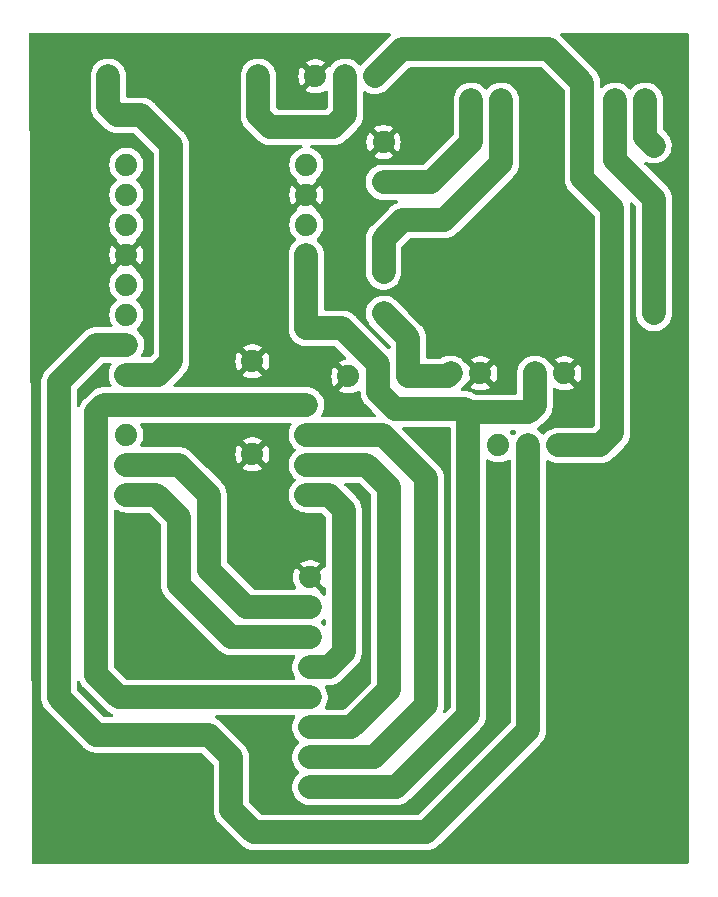
<source format=gbr>
%TF.GenerationSoftware,KiCad,Pcbnew,7.0.1*%
%TF.CreationDate,2024-08-07T08:58:20-03:00*%
%TF.ProjectId,placa_tx,706c6163-615f-4747-982e-6b696361645f,rev?*%
%TF.SameCoordinates,Original*%
%TF.FileFunction,Copper,L1,Top*%
%TF.FilePolarity,Positive*%
%FSLAX46Y46*%
G04 Gerber Fmt 4.6, Leading zero omitted, Abs format (unit mm)*
G04 Created by KiCad (PCBNEW 7.0.1) date 2024-08-07 08:58:20*
%MOMM*%
%LPD*%
G01*
G04 APERTURE LIST*
%TA.AperFunction,ComponentPad*%
%ADD10C,1.879600*%
%TD*%
%TA.AperFunction,Conductor*%
%ADD11C,2.000000*%
%TD*%
G04 APERTURE END LIST*
D10*
%TO.P,,*%
%TO.N,GND*%
X135128000Y-84582000D03*
%TD*%
%TO.P,,*%
%TO.N,GND*%
X135128000Y-92456000D03*
%TD*%
%TO.P,C1,1*%
%TO.N,Net-(TP1-OUT+)*%
X151932000Y-85598000D03*
%TO.P,C1,2*%
%TO.N,GND*%
X154432000Y-85598000D03*
%TD*%
%TO.P,LoRaSX1,1,VCC*%
%TO.N,VCC*%
X140017500Y-120650000D03*
%TO.P,LoRaSX1,2,MISO*%
%TO.N,Net-(LoRaSX1-MISO)*%
X140017500Y-118110000D03*
%TO.P,LoRaSX1,3,MOSI*%
%TO.N,Net-(LoRaSX1-MOSI)*%
X140017500Y-115570000D03*
%TO.P,LoRaSX1,4,SLK*%
%TO.N,Net-(LoRaSX1-SLK)*%
X140017500Y-113030000D03*
%TO.P,LoRaSX1,5,NSS*%
%TO.N,Net-(LoRaSX1-NSS)*%
X140017500Y-110490000D03*
%TO.P,LoRaSX1,6,DI00*%
%TO.N,Net-(LoRaSX1-DI00)*%
X140017500Y-107950000D03*
%TO.P,LoRaSX1,7,REST*%
%TO.N,Net-(LoRaSX1-REST)*%
X140017500Y-105410000D03*
%TO.P,LoRaSX1,8,GND*%
%TO.N,GND*%
X140017500Y-102870000D03*
%TD*%
%TO.P,panelSolar1,1,5V*%
%TO.N,Net-(TP1-5V)*%
X165862000Y-62484000D03*
%TO.P,panelSolar1,2,GND*%
%TO.N,Net-(TP1-GND)*%
X168402000Y-62484000D03*
%TD*%
%TO.P,U1,1,GND*%
%TO.N,GND*%
X143256000Y-85859481D03*
%TO.P,U1,2,VO*%
%TO.N,VCC*%
X145796000Y-85859481D03*
%TO.P,U1,3,VI*%
%TO.N,Net-(TP1-OUT+)*%
X148336000Y-85859481D03*
%TD*%
%TO.P,Neo-6m1,1,VCC*%
%TO.N,VCC*%
X153416000Y-91694000D03*
%TO.P,Neo-6m1,2,RX*%
%TO.N,unconnected-(Neo-6m1-RX-Pad2)*%
X155956000Y-91694000D03*
%TO.P,Neo-6m1,3,TX*%
%TO.N,Net-(Neo-6m1-TX)*%
X158496000Y-91694000D03*
%TO.P,Neo-6m1,4,GND*%
%TO.N,Net-(Neo-6m1-GND)*%
X161036000Y-91694000D03*
%TD*%
%TO.P,ProMini1,1,TXD*%
%TO.N,unconnected-(ProMini1-TXD-Pad1)*%
X124460000Y-67945000D03*
%TO.P,ProMini1,2,RXD*%
%TO.N,unconnected-(ProMini1-RXD-Pad2)*%
X124460000Y-70485000D03*
%TO.P,ProMini1,3,RST*%
%TO.N,unconnected-(ProMini1-RST-Pad3)*%
X124460000Y-73025000D03*
%TO.P,ProMini1,4,GND*%
%TO.N,GND*%
X124460000Y-75565000D03*
%TO.P,ProMini1,5,2*%
%TO.N,unconnected-(ProMini1-2-Pad5)*%
X124460000Y-78105000D03*
%TO.P,ProMini1,6,3*%
%TO.N,unconnected-(ProMini1-3-Pad6)*%
X124460000Y-80645000D03*
%TO.P,ProMini1,7,4*%
%TO.N,Net-(Neo-6m1-TX)*%
X124460000Y-83185000D03*
%TO.P,ProMini1,8,5*%
%TO.N,Net-(ProMini1-5)*%
X124460000Y-85725000D03*
%TO.P,ProMini1,10,7*%
%TO.N,unconnected-(ProMini1-7-Pad10)*%
X124460000Y-90805000D03*
%TO.P,ProMini1,11,8*%
%TO.N,Net-(LoRaSX1-REST)*%
X124460000Y-93345000D03*
%TO.P,ProMini1,12,9*%
%TO.N,Net-(LoRaSX1-DI00)*%
X124460000Y-95885000D03*
%TO.P,ProMini1,19,RAW*%
%TO.N,unconnected-(ProMini1-RAW-Pad19)*%
X139700000Y-67945000D03*
%TO.P,ProMini1,20,GND*%
%TO.N,GND*%
X139700000Y-70485000D03*
%TO.P,ProMini1,21,RST*%
%TO.N,unconnected-(ProMini1-RST-Pad21)*%
X139700000Y-73025000D03*
%TO.P,ProMini1,22,VCC1*%
%TO.N,VCC*%
X139700000Y-75565000D03*
%TO.P,ProMini1,27,SCK*%
%TO.N,Net-(LoRaSX1-SLK)*%
X139700000Y-88265000D03*
%TO.P,ProMini1,28,MISO*%
%TO.N,Net-(LoRaSX1-MISO)*%
X139700000Y-90805000D03*
%TO.P,ProMini1,29,MOSI*%
%TO.N,Net-(LoRaSX1-MOSI)*%
X139700000Y-93345000D03*
%TO.P,ProMini1,30,SS*%
%TO.N,Net-(LoRaSX1-NSS)*%
X139700000Y-95885000D03*
%TD*%
%TO.P,TP1,1,5V*%
%TO.N,Net-(TP1-5V)*%
X169130500Y-80518500D03*
%TO.P,TP1,2,GND*%
%TO.N,Net-(TP1-GND)*%
X169130500Y-66318500D03*
%TO.P,TP1,3,OUT+*%
%TO.N,Net-(TP1-OUT+)*%
X146230500Y-80518500D03*
%TO.P,TP1,4,B+*%
%TO.N,Net-(LiPo3.7v1--)*%
X146230500Y-77018500D03*
%TO.P,TP1,5,B-*%
%TO.N,Net-(LiPo3.7v1-+)*%
X146230500Y-69418500D03*
%TO.P,TP1,6,OUT-*%
%TO.N,GND*%
X146230500Y-66018500D03*
%TD*%
%TO.P,Q1,1,C*%
%TO.N,Net-(Neo-6m1-GND)*%
X145542000Y-60452000D03*
%TO.P,Q1,2,B*%
%TO.N,Net-(Q1-B)*%
X143002000Y-60452000D03*
%TO.P,Q1,3,E*%
%TO.N,GND*%
X140462000Y-60452000D03*
%TD*%
%TO.P,C2,1*%
%TO.N,VCC*%
X159044000Y-85598000D03*
%TO.P,C2,2*%
%TO.N,GND*%
X161544000Y-85598000D03*
%TD*%
%TO.P,R1,1*%
%TO.N,Net-(Q1-B)*%
X135636000Y-60452000D03*
%TO.P,R1,2*%
%TO.N,Net-(ProMini1-5)*%
X122936000Y-60452000D03*
%TD*%
%TO.P,LiPo3.7v1,1,+*%
%TO.N,Net-(LiPo3.7v1-+)*%
X153670000Y-62484000D03*
%TO.P,LiPo3.7v1,2,-*%
%TO.N,Net-(LiPo3.7v1--)*%
X156210000Y-62484000D03*
%TD*%
D11*
%TO.N,Net-(LoRaSX1-REST)*%
X128905000Y-93345000D02*
X124460000Y-93345000D01*
%TO.N,VCC*%
X139700000Y-81788000D02*
X139700000Y-75565000D01*
X142748000Y-81788000D02*
X139700000Y-81788000D01*
X145796000Y-84836000D02*
X142748000Y-81788000D01*
X145796000Y-85859481D02*
X145796000Y-84836000D01*
%TO.N,Net-(LiPo3.7v1-+)*%
X153670000Y-66040000D02*
X153670000Y-62484000D01*
X150291500Y-69418500D02*
X153670000Y-66040000D01*
X146230500Y-69418500D02*
X150291500Y-69418500D01*
%TO.N,Net-(LiPo3.7v1--)*%
X151384000Y-72644000D02*
X147828000Y-72644000D01*
X147828000Y-72644000D02*
X146230500Y-74241500D01*
X156210000Y-67818000D02*
X151384000Y-72644000D01*
X146230500Y-74241500D02*
X146230500Y-77018500D01*
X156210000Y-62484000D02*
X156210000Y-67818000D01*
%TO.N,VCC*%
X145796000Y-87188558D02*
X147212442Y-88605000D01*
X153121000Y-88605000D02*
X153416000Y-88900000D01*
X153416000Y-114554000D02*
X153416000Y-91694000D01*
X145796000Y-85859481D02*
X145796000Y-87188558D01*
X158496000Y-88900000D02*
X153416000Y-88900000D01*
X159044000Y-85598000D02*
X159044000Y-88352000D01*
X159044000Y-88352000D02*
X158496000Y-88900000D01*
X153416000Y-88900000D02*
X153416000Y-91694000D01*
X147212442Y-88605000D02*
X153121000Y-88605000D01*
X147320000Y-120650000D02*
X153416000Y-114554000D01*
X140017500Y-120650000D02*
X147320000Y-120650000D01*
%TO.N,Net-(LoRaSX1-MISO)*%
X149860000Y-113665000D02*
X145415000Y-118110000D01*
X139700000Y-90805000D02*
X146177000Y-90805000D01*
X149860000Y-94488000D02*
X149860000Y-113665000D01*
X145415000Y-118110000D02*
X140017500Y-118110000D01*
X146177000Y-90805000D02*
X149860000Y-94488000D01*
%TO.N,Net-(LoRaSX1-MOSI)*%
X143510000Y-115570000D02*
X140017500Y-115570000D01*
X142875000Y-93345000D02*
X144780000Y-93345000D01*
X144780000Y-93345000D02*
X146685000Y-95250000D01*
X139700000Y-93345000D02*
X142875000Y-93345000D01*
X146685000Y-112395000D02*
X143510000Y-115570000D01*
X146685000Y-95250000D02*
X146685000Y-112395000D01*
%TO.N,Net-(LoRaSX1-SLK)*%
X139700000Y-88265000D02*
X122555000Y-88265000D01*
X122555000Y-88265000D02*
X121920000Y-88900000D01*
X123825000Y-113030000D02*
X140017500Y-113030000D01*
X121920000Y-88900000D02*
X121920000Y-111125000D01*
X121920000Y-111125000D02*
X123825000Y-113030000D01*
%TO.N,Net-(LoRaSX1-NSS)*%
X140017500Y-110490000D02*
X141605000Y-110490000D01*
X142875000Y-109220000D02*
X142875000Y-97155000D01*
X141605000Y-110490000D02*
X142875000Y-109220000D01*
X141605000Y-95885000D02*
X139700000Y-95885000D01*
X142875000Y-97155000D02*
X141605000Y-95885000D01*
%TO.N,Net-(LoRaSX1-DI00)*%
X128905000Y-103505000D02*
X133350000Y-107950000D01*
X127000000Y-95885000D02*
X128905000Y-97790000D01*
X128905000Y-97790000D02*
X128905000Y-103505000D01*
X133350000Y-107950000D02*
X140017500Y-107950000D01*
X124460000Y-95885000D02*
X127000000Y-95885000D01*
%TO.N,Net-(LoRaSX1-REST)*%
X140017500Y-105410000D02*
X134620000Y-105410000D01*
X131445000Y-95885000D02*
X128905000Y-93345000D01*
X131445000Y-102235000D02*
X131445000Y-95885000D01*
X134620000Y-105410000D02*
X131445000Y-102235000D01*
%TO.N,Net-(Neo-6m1-TX)*%
X133350000Y-118110000D02*
X133350000Y-122555000D01*
X158496000Y-115824000D02*
X158496000Y-91694000D01*
X135255000Y-124460000D02*
X149860000Y-124460000D01*
X149860000Y-124460000D02*
X158496000Y-115824000D01*
X121920000Y-116205000D02*
X131445000Y-116205000D01*
X118745000Y-86360000D02*
X118745000Y-113030000D01*
X131445000Y-116205000D02*
X133350000Y-118110000D01*
X133350000Y-122555000D02*
X135255000Y-124460000D01*
X121920000Y-83185000D02*
X118745000Y-86360000D01*
X124460000Y-83185000D02*
X121920000Y-83185000D01*
X118745000Y-113030000D02*
X121920000Y-116205000D01*
%TO.N,Net-(TP1-5V)*%
X165862000Y-62484000D02*
X165862000Y-67564000D01*
X169130500Y-70899500D02*
X169130500Y-80518500D01*
X169164000Y-70866000D02*
X169130500Y-70899500D01*
X165862000Y-67564000D02*
X169164000Y-70866000D01*
%TO.N,Net-(TP1-GND)*%
X168402000Y-62484000D02*
X168402000Y-65590000D01*
X168402000Y-65590000D02*
X169130500Y-66318500D01*
%TO.N,Net-(Neo-6m1-GND)*%
X165608000Y-71628000D02*
X165608000Y-90678000D01*
X163068000Y-60978730D02*
X163068000Y-69088000D01*
X164592000Y-91694000D02*
X161036000Y-91694000D01*
X160255270Y-58166000D02*
X163068000Y-60978730D01*
X147828000Y-58166000D02*
X160255270Y-58166000D01*
X145542000Y-60452000D02*
X147828000Y-58166000D01*
X165608000Y-90678000D02*
X164592000Y-91694000D01*
X163068000Y-69088000D02*
X165608000Y-71628000D01*
%TO.N,Net-(ProMini1-5)*%
X127127000Y-85725000D02*
X124460000Y-85725000D01*
X128270000Y-66294000D02*
X125730000Y-63754000D01*
X128270000Y-66294000D02*
X128270000Y-84582000D01*
X123698000Y-63754000D02*
X122936000Y-62992000D01*
X122936000Y-62992000D02*
X122936000Y-60452000D01*
X128270000Y-84582000D02*
X127127000Y-85725000D01*
X125730000Y-63754000D02*
X123698000Y-63754000D01*
%TO.N,Net-(Q1-B)*%
X143002000Y-60452000D02*
X143002000Y-63754000D01*
X141986000Y-64770000D02*
X136652000Y-64770000D01*
X136652000Y-64770000D02*
X135636000Y-63754000D01*
X143002000Y-63754000D02*
X141986000Y-64770000D01*
X135636000Y-63754000D02*
X135636000Y-60452000D01*
%TO.N,Net-(TP1-OUT+)*%
X146230500Y-80518500D02*
X148336000Y-82624000D01*
X148336000Y-85859481D02*
X151670519Y-85859481D01*
X148336000Y-82624000D02*
X148336000Y-85859481D01*
X151670519Y-85859481D02*
X151932000Y-85598000D01*
X148343481Y-85852000D02*
X148336000Y-85859481D01*
%TD*%
%TA.AperFunction,Conductor*%
%TO.N,GND*%
G36*
X146816415Y-56786305D02*
G01*
X146869651Y-56832928D01*
X146895373Y-56898853D01*
X146887779Y-56969210D01*
X146848582Y-57028129D01*
X146836828Y-57038948D01*
X146832222Y-57043016D01*
X146810872Y-57061099D01*
X146791094Y-57080876D01*
X146786655Y-57085135D01*
X146720259Y-57146257D01*
X146706791Y-57163561D01*
X146694571Y-57177399D01*
X144437093Y-59434878D01*
X144387085Y-59493922D01*
X144337439Y-59532152D01*
X144276465Y-59546590D01*
X144214947Y-59534683D01*
X144163764Y-59498537D01*
X144021744Y-59344262D01*
X143825509Y-59191526D01*
X143606809Y-59073171D01*
X143371613Y-58992428D01*
X143167263Y-58958329D01*
X143126335Y-58951500D01*
X142877665Y-58951500D01*
X142842589Y-58957352D01*
X142632386Y-58992428D01*
X142397190Y-59073171D01*
X142178490Y-59191526D01*
X141982255Y-59344262D01*
X141813834Y-59527217D01*
X141792429Y-59559979D01*
X141755106Y-59599146D01*
X141706257Y-59622404D01*
X141652324Y-59626686D01*
X141641942Y-59625609D01*
X140462000Y-60805553D01*
X139634840Y-61632711D01*
X139634840Y-61632712D01*
X139671802Y-61661482D01*
X139881658Y-61775050D01*
X140107339Y-61852525D01*
X140342696Y-61891800D01*
X140581304Y-61891800D01*
X140816660Y-61852525D01*
X141042341Y-61775050D01*
X141252199Y-61661481D01*
X141260984Y-61654644D01*
X141320720Y-61626656D01*
X141386686Y-61627202D01*
X141445950Y-61656175D01*
X141486897Y-61707896D01*
X141501500Y-61772227D01*
X141501500Y-63070754D01*
X141490158Y-63127774D01*
X141457859Y-63176113D01*
X141408113Y-63225859D01*
X141359774Y-63258158D01*
X141302754Y-63269500D01*
X137335246Y-63269500D01*
X137278226Y-63258158D01*
X137229887Y-63225859D01*
X137180141Y-63176113D01*
X137147842Y-63127774D01*
X137136500Y-63070754D01*
X137136500Y-60451999D01*
X139017264Y-60451999D01*
X139036968Y-60689792D01*
X139095546Y-60921110D01*
X139191389Y-61139612D01*
X139282057Y-61278388D01*
X140108447Y-60452000D01*
X139282056Y-59625609D01*
X139191391Y-59764384D01*
X139095546Y-59982889D01*
X139036968Y-60214207D01*
X139017264Y-60451999D01*
X137136500Y-60451999D01*
X137136500Y-60389931D01*
X137121108Y-60204182D01*
X137121108Y-60204179D01*
X137060063Y-59963119D01*
X136960173Y-59735393D01*
X136824164Y-59527215D01*
X136655744Y-59344262D01*
X136561986Y-59271287D01*
X139634840Y-59271287D01*
X140461999Y-60098446D01*
X141289158Y-59271286D01*
X141252195Y-59242516D01*
X141042341Y-59128949D01*
X140816660Y-59051474D01*
X140581304Y-59012200D01*
X140342696Y-59012200D01*
X140107339Y-59051474D01*
X139881658Y-59128949D01*
X139671804Y-59242516D01*
X139634840Y-59271286D01*
X139634840Y-59271287D01*
X136561986Y-59271287D01*
X136459509Y-59191526D01*
X136343877Y-59128949D01*
X136240809Y-59073171D01*
X136005613Y-58992428D01*
X135801263Y-58958329D01*
X135760335Y-58951500D01*
X135511665Y-58951500D01*
X135476589Y-58957352D01*
X135266386Y-58992428D01*
X135031190Y-59073171D01*
X134812490Y-59191526D01*
X134616255Y-59344262D01*
X134447835Y-59527215D01*
X134311826Y-59735393D01*
X134211938Y-59963116D01*
X134211937Y-59963119D01*
X134205751Y-59987547D01*
X134150891Y-60204182D01*
X134135500Y-60389931D01*
X134135500Y-63651584D01*
X134134356Y-63670014D01*
X134131643Y-63691778D01*
X134135373Y-63781964D01*
X134135500Y-63788121D01*
X134135500Y-63816074D01*
X134137806Y-63843912D01*
X134138188Y-63850052D01*
X134141919Y-63940241D01*
X134146419Y-63961703D01*
X134149079Y-63979962D01*
X134150890Y-64001816D01*
X134173043Y-64089296D01*
X134174430Y-64095293D01*
X134192950Y-64183615D01*
X134200921Y-64204044D01*
X134206551Y-64221616D01*
X134211937Y-64242883D01*
X134248186Y-64325525D01*
X134250542Y-64331211D01*
X134262656Y-64362257D01*
X134283344Y-64415274D01*
X134294572Y-64434118D01*
X134303019Y-64450528D01*
X134311827Y-64470607D01*
X134361175Y-64546142D01*
X134364423Y-64551343D01*
X134410633Y-64628893D01*
X134424804Y-64645624D01*
X134435842Y-64660427D01*
X134447835Y-64678784D01*
X134508949Y-64745172D01*
X134513024Y-64749786D01*
X134531100Y-64771128D01*
X134550871Y-64790899D01*
X134555135Y-64795343D01*
X134613641Y-64858898D01*
X134616256Y-64861738D01*
X134633555Y-64875202D01*
X134633560Y-64875206D01*
X134647402Y-64887430D01*
X135518570Y-65758598D01*
X135530791Y-65772437D01*
X135544260Y-65789742D01*
X135610654Y-65850862D01*
X135615098Y-65855125D01*
X135634874Y-65874902D01*
X135656232Y-65892991D01*
X135660815Y-65897038D01*
X135727215Y-65958164D01*
X135733056Y-65961980D01*
X135745571Y-65970157D01*
X135760375Y-65981196D01*
X135777104Y-65995365D01*
X135854634Y-66041563D01*
X135859857Y-66044824D01*
X135895367Y-66068023D01*
X135935393Y-66094173D01*
X135951722Y-66101335D01*
X135955469Y-66102979D01*
X135971885Y-66111429D01*
X135990726Y-66122656D01*
X135990729Y-66122657D01*
X136074788Y-66155457D01*
X136080478Y-66157814D01*
X136163113Y-66194061D01*
X136163116Y-66194061D01*
X136163119Y-66194063D01*
X136184388Y-66199449D01*
X136201952Y-66205075D01*
X136222386Y-66213049D01*
X136310744Y-66231576D01*
X136316657Y-66232944D01*
X136404179Y-66255108D01*
X136416406Y-66256121D01*
X136426024Y-66256918D01*
X136444294Y-66259579D01*
X136465763Y-66264081D01*
X136555962Y-66267811D01*
X136562042Y-66268188D01*
X136589933Y-66270500D01*
X136617879Y-66270500D01*
X136624035Y-66270626D01*
X136714221Y-66274357D01*
X136735986Y-66271643D01*
X136754416Y-66270500D01*
X139248950Y-66270500D01*
X139316229Y-66286554D01*
X139369009Y-66331257D01*
X139395918Y-66394976D01*
X139391156Y-66463979D01*
X139355750Y-66523397D01*
X139297330Y-66560427D01*
X139119453Y-66621491D01*
X138909529Y-66735097D01*
X138721166Y-66881704D01*
X138559507Y-67057315D01*
X138428952Y-67257144D01*
X138333072Y-67475730D01*
X138274474Y-67707125D01*
X138254763Y-67945000D01*
X138274474Y-68182874D01*
X138274474Y-68182877D01*
X138274475Y-68182878D01*
X138329143Y-68398756D01*
X138333072Y-68414269D01*
X138428952Y-68632855D01*
X138559507Y-68832684D01*
X138721166Y-69008295D01*
X138836079Y-69097734D01*
X138878422Y-69149874D01*
X138893562Y-69215313D01*
X138878424Y-69280753D01*
X138873960Y-69286249D01*
X138872840Y-69304287D01*
X139699999Y-70131446D01*
X140527158Y-69304286D01*
X140526039Y-69286253D01*
X140521575Y-69280756D01*
X140506436Y-69215316D01*
X140521576Y-69149876D01*
X140563917Y-69097736D01*
X140678832Y-69008295D01*
X140742434Y-68939205D01*
X140840492Y-68832684D01*
X140840491Y-68832684D01*
X140840494Y-68832682D01*
X140971047Y-68632856D01*
X141066929Y-68414267D01*
X141125525Y-68182878D01*
X141145236Y-67945000D01*
X141125525Y-67707122D01*
X141066929Y-67475733D01*
X140971047Y-67257144D01*
X140933198Y-67199212D01*
X145403340Y-67199212D01*
X145440302Y-67227982D01*
X145650158Y-67341550D01*
X145875839Y-67419025D01*
X146111196Y-67458300D01*
X146349804Y-67458300D01*
X146585160Y-67419025D01*
X146810841Y-67341550D01*
X147020693Y-67227983D01*
X147057658Y-67199211D01*
X146230500Y-66372053D01*
X145403340Y-67199211D01*
X145403340Y-67199212D01*
X140933198Y-67199212D01*
X140840494Y-67057318D01*
X140840493Y-67057317D01*
X140840492Y-67057315D01*
X140678833Y-66881704D01*
X140490470Y-66735097D01*
X140280546Y-66621491D01*
X140102670Y-66560427D01*
X140044250Y-66523397D01*
X140008844Y-66463979D01*
X140004082Y-66394976D01*
X140030991Y-66331257D01*
X140083771Y-66286554D01*
X140151050Y-66270500D01*
X141883584Y-66270500D01*
X141902013Y-66271643D01*
X141923779Y-66274357D01*
X142013964Y-66270626D01*
X142020121Y-66270500D01*
X142048061Y-66270500D01*
X142048067Y-66270500D01*
X142075962Y-66268187D01*
X142082033Y-66267811D01*
X142172237Y-66264081D01*
X142193703Y-66259579D01*
X142211976Y-66256918D01*
X142219530Y-66256292D01*
X142233821Y-66255108D01*
X142321363Y-66232938D01*
X142327253Y-66231576D01*
X142415614Y-66213049D01*
X142436048Y-66205075D01*
X142453613Y-66199448D01*
X142474881Y-66194063D01*
X142557528Y-66157810D01*
X142563210Y-66155457D01*
X142647274Y-66122656D01*
X142666104Y-66111434D01*
X142682531Y-66102978D01*
X142702607Y-66094173D01*
X142702611Y-66094171D01*
X142778161Y-66044811D01*
X142783344Y-66041575D01*
X142822071Y-66018499D01*
X144785764Y-66018499D01*
X144805468Y-66256292D01*
X144864046Y-66487610D01*
X144959889Y-66706112D01*
X145050557Y-66844888D01*
X145876947Y-66018500D01*
X146584053Y-66018500D01*
X147410442Y-66844888D01*
X147501108Y-66706117D01*
X147596953Y-66487610D01*
X147655531Y-66256292D01*
X147675235Y-66018499D01*
X147655531Y-65780707D01*
X147596953Y-65549389D01*
X147501108Y-65330883D01*
X147410442Y-65192110D01*
X146584053Y-66018500D01*
X145876947Y-66018500D01*
X145050556Y-65192109D01*
X144959891Y-65330884D01*
X144864046Y-65549389D01*
X144805468Y-65780707D01*
X144785764Y-66018499D01*
X142822071Y-66018499D01*
X142860894Y-65995366D01*
X142877624Y-65981196D01*
X142892427Y-65970157D01*
X142910785Y-65958164D01*
X142977188Y-65897033D01*
X142981749Y-65893005D01*
X143003126Y-65874902D01*
X143022922Y-65855104D01*
X143027317Y-65850887D01*
X143093738Y-65789744D01*
X143107213Y-65772430D01*
X143119420Y-65758606D01*
X143990606Y-64887420D01*
X144004430Y-64875213D01*
X144021744Y-64861738D01*
X144043792Y-64837787D01*
X145403340Y-64837787D01*
X146230499Y-65664946D01*
X147057658Y-64837786D01*
X147020695Y-64809016D01*
X146810841Y-64695449D01*
X146585160Y-64617974D01*
X146349804Y-64578700D01*
X146111196Y-64578700D01*
X145875839Y-64617974D01*
X145650158Y-64695449D01*
X145440304Y-64809016D01*
X145403340Y-64837786D01*
X145403340Y-64837787D01*
X144043792Y-64837787D01*
X144082887Y-64795317D01*
X144087104Y-64790922D01*
X144106902Y-64771126D01*
X144125005Y-64749749D01*
X144129033Y-64745188D01*
X144190164Y-64678785D01*
X144202158Y-64660424D01*
X144213196Y-64645624D01*
X144227364Y-64628896D01*
X144227366Y-64628894D01*
X144273576Y-64551343D01*
X144276811Y-64546161D01*
X144326172Y-64470609D01*
X144334976Y-64450536D01*
X144343435Y-64434104D01*
X144354655Y-64415275D01*
X144354656Y-64415274D01*
X144387463Y-64331194D01*
X144389814Y-64325519D01*
X144426062Y-64242883D01*
X144426063Y-64242881D01*
X144431448Y-64221613D01*
X144437077Y-64204044D01*
X144445049Y-64183614D01*
X144463576Y-64095253D01*
X144464938Y-64089363D01*
X144487108Y-64001821D01*
X144488918Y-63979976D01*
X144491579Y-63961703D01*
X144496081Y-63940237D01*
X144499811Y-63850033D01*
X144500187Y-63843962D01*
X144502500Y-63816067D01*
X144502500Y-63788121D01*
X144502627Y-63781964D01*
X144506357Y-63691779D01*
X144503643Y-63670013D01*
X144502500Y-63651584D01*
X144502500Y-61842986D01*
X144516576Y-61779768D01*
X144556144Y-61728494D01*
X144613729Y-61698853D01*
X144678451Y-61696444D01*
X144738080Y-61721722D01*
X144771284Y-61745429D01*
X144771285Y-61745429D01*
X144771286Y-61745430D01*
X144994682Y-61854642D01*
X144994684Y-61854642D01*
X144994687Y-61854644D01*
X145233019Y-61925599D01*
X145479779Y-61956357D01*
X145728237Y-61946081D01*
X145971614Y-61895049D01*
X146203274Y-61804656D01*
X146416894Y-61677366D01*
X146559126Y-61556902D01*
X148405887Y-59710140D01*
X148454226Y-59677842D01*
X148511246Y-59666500D01*
X159572024Y-59666500D01*
X159629044Y-59677842D01*
X159677383Y-59710141D01*
X161523859Y-61556617D01*
X161556158Y-61604956D01*
X161567500Y-61661976D01*
X161567500Y-68985584D01*
X161566356Y-69004014D01*
X161563643Y-69025778D01*
X161567373Y-69115964D01*
X161567500Y-69122121D01*
X161567500Y-69150074D01*
X161569806Y-69177912D01*
X161570188Y-69184052D01*
X161573919Y-69274241D01*
X161578419Y-69295703D01*
X161581079Y-69313962D01*
X161582890Y-69335816D01*
X161605043Y-69423296D01*
X161606430Y-69429293D01*
X161624950Y-69517615D01*
X161632921Y-69538044D01*
X161638551Y-69555616D01*
X161643937Y-69576883D01*
X161680186Y-69659525D01*
X161682542Y-69665211D01*
X161715344Y-69749274D01*
X161726572Y-69768118D01*
X161735019Y-69784528D01*
X161743827Y-69804607D01*
X161793175Y-69880142D01*
X161796423Y-69885343D01*
X161842633Y-69962893D01*
X161856804Y-69979624D01*
X161867842Y-69994427D01*
X161879835Y-70012784D01*
X161940949Y-70079172D01*
X161945024Y-70083786D01*
X161963100Y-70105128D01*
X161982871Y-70124899D01*
X161987135Y-70129343D01*
X162048256Y-70195738D01*
X162065560Y-70209206D01*
X162079402Y-70221430D01*
X163077909Y-71219937D01*
X164063859Y-72205886D01*
X164096158Y-72254225D01*
X164107500Y-72311245D01*
X164107500Y-89994754D01*
X164096158Y-90051774D01*
X164063859Y-90100113D01*
X164014113Y-90149859D01*
X163965774Y-90182158D01*
X163908754Y-90193500D01*
X160973931Y-90193500D01*
X160788182Y-90208891D01*
X160678392Y-90236694D01*
X160547119Y-90269937D01*
X160547117Y-90269937D01*
X160547116Y-90269938D01*
X160319393Y-90369826D01*
X160111215Y-90505835D01*
X159928260Y-90674256D01*
X159884435Y-90730563D01*
X159835046Y-90771524D01*
X159773010Y-90787917D01*
X159709833Y-90776702D01*
X159657231Y-90739958D01*
X159515747Y-90586264D01*
X159319509Y-90433526D01*
X159306041Y-90426237D01*
X159258624Y-90385739D01*
X159231933Y-90329380D01*
X159230645Y-90267034D01*
X159254985Y-90209621D01*
X159300686Y-90167200D01*
X159370894Y-90125366D01*
X159387624Y-90111196D01*
X159402424Y-90100158D01*
X159420785Y-90088164D01*
X159487188Y-90027033D01*
X159491749Y-90023005D01*
X159513126Y-90004902D01*
X159532922Y-89985104D01*
X159537317Y-89980887D01*
X159603738Y-89919744D01*
X159617213Y-89902430D01*
X159629420Y-89888606D01*
X160032606Y-89485420D01*
X160046430Y-89473213D01*
X160063744Y-89459738D01*
X160124887Y-89393317D01*
X160129104Y-89388922D01*
X160148902Y-89369126D01*
X160167005Y-89347749D01*
X160171033Y-89343188D01*
X160232164Y-89276785D01*
X160244158Y-89258424D01*
X160255196Y-89243624D01*
X160269364Y-89226896D01*
X160269366Y-89226894D01*
X160315575Y-89149344D01*
X160318811Y-89144161D01*
X160368172Y-89068609D01*
X160376976Y-89048536D01*
X160385435Y-89032104D01*
X160396655Y-89013275D01*
X160396656Y-89013274D01*
X160429463Y-88929194D01*
X160431814Y-88923519D01*
X160455373Y-88869810D01*
X160468063Y-88840881D01*
X160473448Y-88819613D01*
X160479075Y-88802048D01*
X160487049Y-88781614D01*
X160505576Y-88693253D01*
X160506938Y-88687363D01*
X160529108Y-88599821D01*
X160530918Y-88577976D01*
X160533579Y-88559703D01*
X160538081Y-88538237D01*
X160541811Y-88448033D01*
X160542187Y-88441962D01*
X160544500Y-88414067D01*
X160544500Y-88386121D01*
X160544627Y-88379964D01*
X160548357Y-88289779D01*
X160545644Y-88268014D01*
X160544500Y-88249584D01*
X160544500Y-86944268D01*
X160563952Y-86870659D01*
X160617229Y-86816269D01*
X160690420Y-86795300D01*
X160764416Y-86813226D01*
X160963658Y-86921050D01*
X161189339Y-86998525D01*
X161424696Y-87037800D01*
X161663304Y-87037800D01*
X161898660Y-86998525D01*
X162124341Y-86921050D01*
X162334193Y-86807483D01*
X162371158Y-86778711D01*
X161190447Y-85598000D01*
X161897553Y-85598000D01*
X162723942Y-86424389D01*
X162723942Y-86424388D01*
X162814608Y-86285617D01*
X162910453Y-86067110D01*
X162969031Y-85835792D01*
X162988735Y-85598000D01*
X162969031Y-85360207D01*
X162910453Y-85128889D01*
X162814608Y-84910383D01*
X162723942Y-84771610D01*
X161897553Y-85598000D01*
X161190447Y-85598000D01*
X160358669Y-84766222D01*
X160337201Y-84764518D01*
X160288352Y-84741259D01*
X160251030Y-84702093D01*
X160232164Y-84673215D01*
X160063744Y-84490262D01*
X159969986Y-84417287D01*
X160716840Y-84417287D01*
X161543999Y-85244446D01*
X162371158Y-84417286D01*
X162334195Y-84388516D01*
X162124341Y-84274949D01*
X161898660Y-84197474D01*
X161663304Y-84158200D01*
X161424696Y-84158200D01*
X161189339Y-84197474D01*
X160963658Y-84274949D01*
X160753804Y-84388516D01*
X160716840Y-84417286D01*
X160716840Y-84417287D01*
X159969986Y-84417287D01*
X159867509Y-84337526D01*
X159751877Y-84274949D01*
X159648809Y-84219171D01*
X159413613Y-84138428D01*
X159206797Y-84103918D01*
X159168335Y-84097500D01*
X158919665Y-84097500D01*
X158884589Y-84103352D01*
X158674386Y-84138428D01*
X158439190Y-84219171D01*
X158220490Y-84337526D01*
X158024255Y-84490262D01*
X157855835Y-84673215D01*
X157719826Y-84881393D01*
X157636709Y-85070882D01*
X157619937Y-85109119D01*
X157590194Y-85226571D01*
X157558891Y-85350182D01*
X157543500Y-85535931D01*
X157543500Y-87250500D01*
X157532158Y-87307520D01*
X157499859Y-87355859D01*
X157451520Y-87388158D01*
X157394500Y-87399500D01*
X154070260Y-87399500D01*
X154030704Y-87394154D01*
X153993989Y-87378498D01*
X153955995Y-87355859D01*
X153918342Y-87333422D01*
X153913142Y-87330175D01*
X153837607Y-87280827D01*
X153817528Y-87272019D01*
X153801118Y-87263572D01*
X153782274Y-87252344D01*
X153706250Y-87222679D01*
X153698211Y-87219542D01*
X153692525Y-87217186D01*
X153609883Y-87180937D01*
X153588616Y-87175551D01*
X153571044Y-87169921D01*
X153550615Y-87161950D01*
X153462293Y-87143430D01*
X153456296Y-87142043D01*
X153368816Y-87119890D01*
X153346962Y-87118079D01*
X153328703Y-87115419D01*
X153307241Y-87110919D01*
X153217052Y-87107188D01*
X153210912Y-87106806D01*
X153183074Y-87104500D01*
X153183067Y-87104500D01*
X153155121Y-87104500D01*
X153148964Y-87104373D01*
X153058779Y-87100643D01*
X153058778Y-87100643D01*
X153037014Y-87103356D01*
X153018584Y-87104500D01*
X152907702Y-87104500D01*
X152843378Y-87089900D01*
X152791660Y-87048962D01*
X152762682Y-86989708D01*
X152762124Y-86923751D01*
X152790095Y-86864015D01*
X152790286Y-86863769D01*
X152791705Y-86861945D01*
X152803948Y-86848079D01*
X152873315Y-86778712D01*
X153604840Y-86778712D01*
X153641802Y-86807482D01*
X153851658Y-86921050D01*
X154077339Y-86998525D01*
X154312696Y-87037800D01*
X154551304Y-87037800D01*
X154786660Y-86998525D01*
X155012341Y-86921050D01*
X155222193Y-86807483D01*
X155259158Y-86778711D01*
X154432000Y-85951553D01*
X153604840Y-86778711D01*
X153604840Y-86778712D01*
X152873315Y-86778712D01*
X153036897Y-86615131D01*
X153036897Y-86615130D01*
X153036902Y-86615126D01*
X153151943Y-86479295D01*
X153210047Y-86437356D01*
X153243834Y-86432611D01*
X154078447Y-85598000D01*
X154785553Y-85598000D01*
X155611942Y-86424389D01*
X155611942Y-86424388D01*
X155702608Y-86285617D01*
X155798453Y-86067110D01*
X155857031Y-85835792D01*
X155876735Y-85598000D01*
X155857031Y-85360207D01*
X155798453Y-85128889D01*
X155702608Y-84910383D01*
X155611942Y-84771610D01*
X154785553Y-85598000D01*
X154078447Y-85598000D01*
X153247412Y-84766965D01*
X153224552Y-84765309D01*
X153177075Y-84743895D01*
X153139869Y-84707450D01*
X153080932Y-84624904D01*
X152905095Y-84449067D01*
X152860585Y-84417287D01*
X153604840Y-84417287D01*
X154431999Y-85244446D01*
X155259158Y-84417286D01*
X155222195Y-84388516D01*
X155012341Y-84274949D01*
X154786660Y-84197474D01*
X154551304Y-84158200D01*
X154312696Y-84158200D01*
X154077339Y-84197474D01*
X153851658Y-84274949D01*
X153641804Y-84388516D01*
X153604840Y-84417286D01*
X153604840Y-84417287D01*
X152860585Y-84417287D01*
X152702714Y-84304569D01*
X152479317Y-84195357D01*
X152240979Y-84124400D01*
X152025164Y-84097500D01*
X151994221Y-84093643D01*
X151994220Y-84093643D01*
X151745763Y-84103918D01*
X151536180Y-84147864D01*
X151502386Y-84154951D01*
X151502385Y-84154951D01*
X151502382Y-84154952D01*
X151270728Y-84245343D01*
X151115263Y-84337980D01*
X151078547Y-84353635D01*
X151038992Y-84358981D01*
X149985500Y-84358981D01*
X149928480Y-84347639D01*
X149880141Y-84315340D01*
X149847842Y-84267001D01*
X149836500Y-84209981D01*
X149836500Y-82726416D01*
X149837644Y-82707986D01*
X149840357Y-82686221D01*
X149836626Y-82596035D01*
X149836500Y-82589879D01*
X149836500Y-82561938D01*
X149836069Y-82556734D01*
X149834188Y-82534042D01*
X149833811Y-82527962D01*
X149830081Y-82437763D01*
X149825578Y-82416289D01*
X149822918Y-82398036D01*
X149821108Y-82376179D01*
X149798950Y-82288679D01*
X149797569Y-82282708D01*
X149796347Y-82276881D01*
X149779050Y-82194386D01*
X149771077Y-82173954D01*
X149765445Y-82156375D01*
X149760063Y-82135119D01*
X149723813Y-82052478D01*
X149721461Y-82046800D01*
X149717177Y-82035820D01*
X149688656Y-81962727D01*
X149677432Y-81943890D01*
X149668984Y-81927480D01*
X149660173Y-81907393D01*
X149625880Y-81854903D01*
X149610814Y-81831843D01*
X149607553Y-81826618D01*
X149568416Y-81760937D01*
X149561366Y-81749106D01*
X149547194Y-81732373D01*
X149536158Y-81717573D01*
X149524164Y-81699215D01*
X149463040Y-81632816D01*
X149458965Y-81628202D01*
X149440899Y-81606872D01*
X149421137Y-81587110D01*
X149416873Y-81582666D01*
X149355742Y-81516260D01*
X149338432Y-81502787D01*
X149324593Y-81490566D01*
X148289049Y-80455022D01*
X147247626Y-79413598D01*
X147202053Y-79375000D01*
X147105394Y-79293134D01*
X146891774Y-79165844D01*
X146660114Y-79075451D01*
X146582372Y-79059149D01*
X146416736Y-79024418D01*
X146168279Y-79014143D01*
X145921520Y-79044900D01*
X145683182Y-79115857D01*
X145459785Y-79225069D01*
X145257404Y-79369567D01*
X145081567Y-79545404D01*
X144937069Y-79747785D01*
X144827857Y-79971182D01*
X144756900Y-80209520D01*
X144726143Y-80456279D01*
X144736418Y-80704736D01*
X144787452Y-80948117D01*
X144832647Y-81063943D01*
X144877844Y-81179774D01*
X144969059Y-81332852D01*
X145005134Y-81393394D01*
X145123104Y-81532682D01*
X145125598Y-81535626D01*
X145966151Y-82376179D01*
X146791859Y-83201886D01*
X146824158Y-83250225D01*
X146835500Y-83307245D01*
X146835500Y-83393754D01*
X146819260Y-83461399D01*
X146774080Y-83514298D01*
X146709809Y-83540920D01*
X146640456Y-83535461D01*
X146581141Y-83499113D01*
X143881430Y-80799402D01*
X143869206Y-80785560D01*
X143855736Y-80768254D01*
X143789343Y-80707135D01*
X143784899Y-80702871D01*
X143765128Y-80683100D01*
X143743786Y-80665024D01*
X143739172Y-80660949D01*
X143672784Y-80599835D01*
X143654427Y-80587842D01*
X143639624Y-80576804D01*
X143622893Y-80562633D01*
X143545343Y-80516423D01*
X143540142Y-80513175D01*
X143464607Y-80463827D01*
X143444528Y-80455019D01*
X143428118Y-80446572D01*
X143409274Y-80435344D01*
X143336948Y-80407122D01*
X143325211Y-80402542D01*
X143319525Y-80400186D01*
X143236883Y-80363937D01*
X143215616Y-80358551D01*
X143198044Y-80352921D01*
X143177615Y-80344950D01*
X143089293Y-80326430D01*
X143083296Y-80325043D01*
X142995816Y-80302890D01*
X142973962Y-80301079D01*
X142955703Y-80298419D01*
X142934241Y-80293919D01*
X142844052Y-80290188D01*
X142837912Y-80289806D01*
X142810074Y-80287500D01*
X142810067Y-80287500D01*
X142782121Y-80287500D01*
X142775964Y-80287373D01*
X142685779Y-80283643D01*
X142685778Y-80283643D01*
X142664014Y-80286356D01*
X142645584Y-80287500D01*
X141349500Y-80287500D01*
X141292480Y-80276158D01*
X141244141Y-80243859D01*
X141211842Y-80195520D01*
X141200500Y-80138500D01*
X141200500Y-75502931D01*
X141185108Y-75317182D01*
X141185108Y-75317179D01*
X141124063Y-75076119D01*
X141024173Y-74848393D01*
X140888164Y-74640215D01*
X140719744Y-74457262D01*
X140613332Y-74374438D01*
X140570989Y-74322296D01*
X140566692Y-74303721D01*
X144726143Y-74303721D01*
X144728856Y-74325486D01*
X144730000Y-74343916D01*
X144730000Y-77080569D01*
X144745391Y-77266317D01*
X144806438Y-77507383D01*
X144906326Y-77735106D01*
X144906327Y-77735107D01*
X145042336Y-77943285D01*
X145210756Y-78126238D01*
X145406991Y-78278974D01*
X145625690Y-78397328D01*
X145860886Y-78478071D01*
X146106165Y-78519000D01*
X146354834Y-78519000D01*
X146354835Y-78519000D01*
X146600114Y-78478071D01*
X146835310Y-78397328D01*
X147054009Y-78278974D01*
X147250244Y-78126238D01*
X147418664Y-77943285D01*
X147554673Y-77735107D01*
X147654563Y-77507381D01*
X147715608Y-77266321D01*
X147731000Y-77080567D01*
X147731000Y-74924746D01*
X147742342Y-74867726D01*
X147774641Y-74819387D01*
X148405887Y-74188141D01*
X148454226Y-74155842D01*
X148511246Y-74144500D01*
X151281584Y-74144500D01*
X151300013Y-74145643D01*
X151321779Y-74148357D01*
X151411964Y-74144626D01*
X151418121Y-74144500D01*
X151446061Y-74144500D01*
X151446067Y-74144500D01*
X151473962Y-74142187D01*
X151480033Y-74141811D01*
X151570237Y-74138081D01*
X151591703Y-74133579D01*
X151609976Y-74130918D01*
X151616809Y-74130351D01*
X151631821Y-74129108D01*
X151719363Y-74106938D01*
X151725253Y-74105576D01*
X151813614Y-74087049D01*
X151834048Y-74079075D01*
X151851613Y-74073448D01*
X151872881Y-74068063D01*
X151955528Y-74031810D01*
X151961194Y-74029463D01*
X152045274Y-73996656D01*
X152064104Y-73985434D01*
X152080531Y-73976978D01*
X152100607Y-73968173D01*
X152176161Y-73918811D01*
X152181344Y-73915575D01*
X152258894Y-73869366D01*
X152275624Y-73855196D01*
X152290424Y-73844158D01*
X152308785Y-73832164D01*
X152375188Y-73771033D01*
X152379749Y-73767005D01*
X152401126Y-73748902D01*
X152420922Y-73729104D01*
X152425317Y-73724887D01*
X152491738Y-73663744D01*
X152505213Y-73646430D01*
X152517420Y-73632606D01*
X157198600Y-68951425D01*
X157212426Y-68939216D01*
X157229744Y-68925738D01*
X157290899Y-68859304D01*
X157295115Y-68854910D01*
X157314902Y-68835125D01*
X157333012Y-68813740D01*
X157337010Y-68809214D01*
X157398164Y-68742785D01*
X157410155Y-68724430D01*
X157421195Y-68709625D01*
X157422698Y-68707850D01*
X157435366Y-68692894D01*
X157481590Y-68615318D01*
X157484799Y-68610177D01*
X157534173Y-68534607D01*
X157542979Y-68514530D01*
X157551427Y-68498115D01*
X157562656Y-68479273D01*
X157595475Y-68395163D01*
X157597812Y-68389524D01*
X157634061Y-68306886D01*
X157634061Y-68306884D01*
X157634063Y-68306881D01*
X157639445Y-68285622D01*
X157645082Y-68268031D01*
X157653050Y-68247613D01*
X157666625Y-68182874D01*
X157671569Y-68159290D01*
X157672956Y-68153295D01*
X157695108Y-68065821D01*
X157696917Y-68043975D01*
X157699582Y-68025691D01*
X157704081Y-68004238D01*
X157704486Y-67994437D01*
X157707811Y-67914033D01*
X157708187Y-67907962D01*
X157710500Y-67880067D01*
X157710500Y-67852121D01*
X157710627Y-67845964D01*
X157714357Y-67755779D01*
X157711643Y-67734013D01*
X157710500Y-67715584D01*
X157710500Y-62421931D01*
X157699654Y-62291043D01*
X157695108Y-62236179D01*
X157634063Y-61995119D01*
X157534173Y-61767393D01*
X157398164Y-61559215D01*
X157229744Y-61376262D01*
X157033509Y-61223526D01*
X156878450Y-61139612D01*
X156814809Y-61105171D01*
X156579613Y-61024428D01*
X156375262Y-60990329D01*
X156334335Y-60983500D01*
X156085665Y-60983500D01*
X156050589Y-60989352D01*
X155840386Y-61024428D01*
X155605190Y-61105171D01*
X155386490Y-61223526D01*
X155190255Y-61376262D01*
X155049623Y-61529030D01*
X154999853Y-61564565D01*
X154940000Y-61577115D01*
X154880147Y-61564565D01*
X154830377Y-61529030D01*
X154689744Y-61376262D01*
X154493509Y-61223526D01*
X154274809Y-61105171D01*
X154039613Y-61024428D01*
X153835262Y-60990329D01*
X153794335Y-60983500D01*
X153545665Y-60983500D01*
X153510589Y-60989352D01*
X153300386Y-61024428D01*
X153065190Y-61105171D01*
X152846490Y-61223526D01*
X152650255Y-61376262D01*
X152481835Y-61559215D01*
X152345826Y-61767393D01*
X152245938Y-61995116D01*
X152184891Y-62236182D01*
X152169500Y-62421931D01*
X152169500Y-65356755D01*
X152158158Y-65413775D01*
X152125859Y-65462114D01*
X149713613Y-67874359D01*
X149665274Y-67906658D01*
X149608254Y-67918000D01*
X146168431Y-67918000D01*
X145982682Y-67933391D01*
X145936844Y-67944999D01*
X145741619Y-67994437D01*
X145741617Y-67994437D01*
X145741616Y-67994438D01*
X145513893Y-68094326D01*
X145305715Y-68230335D01*
X145122762Y-68398755D01*
X144970026Y-68594990D01*
X144851671Y-68813690D01*
X144770928Y-69048886D01*
X144748885Y-69180990D01*
X144730000Y-69294165D01*
X144730000Y-69542835D01*
X144736829Y-69583762D01*
X144770928Y-69788113D01*
X144851671Y-70023309D01*
X144920899Y-70151230D01*
X144970026Y-70242009D01*
X145122762Y-70438244D01*
X145305715Y-70606664D01*
X145513893Y-70742673D01*
X145741619Y-70842563D01*
X145982679Y-70903608D01*
X146090967Y-70912581D01*
X146168431Y-70919000D01*
X146168433Y-70919000D01*
X147329215Y-70919000D01*
X147395577Y-70934594D01*
X147448049Y-70978113D01*
X147475645Y-71040448D01*
X147472591Y-71108549D01*
X147439525Y-71168163D01*
X147383369Y-71206810D01*
X147377958Y-71208921D01*
X147360388Y-71214550D01*
X147339117Y-71219937D01*
X147256489Y-71256180D01*
X147250804Y-71258535D01*
X147166724Y-71291344D01*
X147147881Y-71302572D01*
X147131472Y-71311019D01*
X147111393Y-71319827D01*
X147035842Y-71369185D01*
X147030622Y-71372443D01*
X146953107Y-71418632D01*
X146936374Y-71432805D01*
X146921576Y-71443839D01*
X146903217Y-71455833D01*
X146836834Y-71516943D01*
X146832222Y-71521016D01*
X146810872Y-71539099D01*
X146791094Y-71558876D01*
X146786655Y-71563135D01*
X146720259Y-71624257D01*
X146706791Y-71641561D01*
X146694571Y-71655399D01*
X145241899Y-73108071D01*
X145228061Y-73120291D01*
X145210757Y-73133759D01*
X145149635Y-73200155D01*
X145145376Y-73204594D01*
X145125599Y-73224372D01*
X145107516Y-73245722D01*
X145103443Y-73250334D01*
X145042333Y-73316717D01*
X145030339Y-73335076D01*
X145019305Y-73349874D01*
X145005132Y-73366607D01*
X144958943Y-73444122D01*
X144955685Y-73449342D01*
X144906327Y-73524893D01*
X144897519Y-73544972D01*
X144889072Y-73561381D01*
X144877844Y-73580224D01*
X144845035Y-73664304D01*
X144842680Y-73669989D01*
X144806437Y-73752617D01*
X144801050Y-73773888D01*
X144795422Y-73791455D01*
X144787451Y-73811886D01*
X144787450Y-73811889D01*
X144768934Y-73900189D01*
X144767547Y-73906184D01*
X144745391Y-73993681D01*
X144743579Y-74015538D01*
X144740919Y-74033796D01*
X144736419Y-74055258D01*
X144732688Y-74145447D01*
X144732306Y-74151587D01*
X144730000Y-74179426D01*
X144730000Y-74207379D01*
X144729873Y-74213536D01*
X144726143Y-74303721D01*
X140566692Y-74303721D01*
X140555850Y-74256855D01*
X140570991Y-74191414D01*
X140613332Y-74139275D01*
X140678832Y-74088295D01*
X140709245Y-74055258D01*
X140840492Y-73912684D01*
X140840491Y-73912684D01*
X140840494Y-73912682D01*
X140971047Y-73712856D01*
X141066929Y-73494267D01*
X141125525Y-73262878D01*
X141145236Y-73025000D01*
X141125525Y-72787122D01*
X141066929Y-72555733D01*
X140971047Y-72337144D01*
X140840494Y-72137318D01*
X140840493Y-72137317D01*
X140840492Y-72137315D01*
X140678836Y-71961708D01*
X140670463Y-71955191D01*
X140563913Y-71872261D01*
X140521574Y-71820123D01*
X140506434Y-71754682D01*
X140521574Y-71689242D01*
X140526039Y-71683742D01*
X140527159Y-71665712D01*
X139700000Y-70838553D01*
X138872840Y-71665711D01*
X138873959Y-71683744D01*
X138878424Y-71689242D01*
X138893563Y-71754682D01*
X138878423Y-71820122D01*
X138836081Y-71872264D01*
X138721164Y-71961707D01*
X138559507Y-72137315D01*
X138428952Y-72337144D01*
X138333072Y-72555730D01*
X138274474Y-72787125D01*
X138254763Y-73025000D01*
X138274474Y-73262874D01*
X138274474Y-73262877D01*
X138274475Y-73262878D01*
X138321694Y-73449342D01*
X138333072Y-73494269D01*
X138428952Y-73712855D01*
X138559507Y-73912684D01*
X138721163Y-74088291D01*
X138721166Y-74088293D01*
X138721168Y-74088295D01*
X138786667Y-74139275D01*
X138829009Y-74191415D01*
X138844149Y-74256855D01*
X138829010Y-74322296D01*
X138786667Y-74374438D01*
X138680255Y-74457261D01*
X138511835Y-74640215D01*
X138375826Y-74848393D01*
X138275938Y-75076116D01*
X138214891Y-75317182D01*
X138199500Y-75502931D01*
X138199500Y-81912337D01*
X138208734Y-81967680D01*
X138210257Y-81979896D01*
X138214891Y-82035820D01*
X138228664Y-82090210D01*
X138231190Y-82102257D01*
X138236674Y-82135115D01*
X138240429Y-82157614D01*
X138248993Y-82182561D01*
X138258652Y-82210697D01*
X138262166Y-82222500D01*
X138275936Y-82276880D01*
X138298472Y-82328255D01*
X138302949Y-82339728D01*
X138321173Y-82392812D01*
X138347883Y-82442167D01*
X138353287Y-82453221D01*
X138375826Y-82504606D01*
X138375827Y-82504607D01*
X138406513Y-82551576D01*
X138412816Y-82562154D01*
X138439526Y-82611510D01*
X138473993Y-82655794D01*
X138481147Y-82665814D01*
X138511834Y-82712783D01*
X138549835Y-82754063D01*
X138557794Y-82763460D01*
X138592263Y-82807746D01*
X138633538Y-82845742D01*
X138642244Y-82854447D01*
X138680257Y-82895739D01*
X138724538Y-82930204D01*
X138733928Y-82938156D01*
X138775215Y-82976164D01*
X138775217Y-82976165D01*
X138775218Y-82976166D01*
X138822182Y-83006849D01*
X138832198Y-83013999D01*
X138862527Y-83037605D01*
X138876492Y-83048475D01*
X138925848Y-83075185D01*
X138936426Y-83081488D01*
X138983393Y-83112173D01*
X139029105Y-83132223D01*
X139034769Y-83134708D01*
X139045837Y-83140119D01*
X139049682Y-83142200D01*
X139095190Y-83166828D01*
X139148284Y-83185054D01*
X139159738Y-83189524D01*
X139184318Y-83200306D01*
X139211118Y-83212063D01*
X139265509Y-83225836D01*
X139277303Y-83229347D01*
X139330386Y-83247571D01*
X139377935Y-83255505D01*
X139385729Y-83256806D01*
X139397776Y-83259331D01*
X139452179Y-83273108D01*
X139508095Y-83277740D01*
X139520305Y-83279261D01*
X139575665Y-83288500D01*
X139637933Y-83288500D01*
X139824335Y-83288500D01*
X142064754Y-83288500D01*
X142121774Y-83299842D01*
X142170113Y-83332141D01*
X143035672Y-84197700D01*
X143070420Y-84252355D01*
X143078697Y-84316590D01*
X143058939Y-84378268D01*
X143014878Y-84425737D01*
X142954839Y-84450027D01*
X142901338Y-84458955D01*
X142675658Y-84536430D01*
X142465804Y-84649997D01*
X142428840Y-84678767D01*
X142428840Y-84678768D01*
X143504193Y-85754121D01*
X143542757Y-85820916D01*
X143542757Y-85898044D01*
X143504193Y-85964839D01*
X142428840Y-87040192D01*
X142428840Y-87040193D01*
X142465802Y-87068963D01*
X142675658Y-87182531D01*
X142901339Y-87260006D01*
X143136696Y-87299281D01*
X143375304Y-87299281D01*
X143610660Y-87260006D01*
X143836341Y-87182531D01*
X144046196Y-87068963D01*
X144053257Y-87063468D01*
X144111790Y-87035744D01*
X144176557Y-87035475D01*
X144235319Y-87062711D01*
X144276974Y-87112306D01*
X144293651Y-87174889D01*
X144295373Y-87216521D01*
X144295500Y-87222679D01*
X144295500Y-87250632D01*
X144297806Y-87278470D01*
X144298188Y-87284610D01*
X144301919Y-87374799D01*
X144306419Y-87396261D01*
X144309079Y-87414520D01*
X144310890Y-87436374D01*
X144333043Y-87523854D01*
X144334430Y-87529851D01*
X144352950Y-87618173D01*
X144360921Y-87638602D01*
X144366551Y-87656174D01*
X144371937Y-87677441D01*
X144408186Y-87760083D01*
X144410542Y-87765769D01*
X144443344Y-87849832D01*
X144454572Y-87868676D01*
X144463019Y-87885086D01*
X144471827Y-87905165D01*
X144521175Y-87980700D01*
X144524423Y-87985901D01*
X144570633Y-88063451D01*
X144584804Y-88080182D01*
X144595842Y-88094985D01*
X144607835Y-88113342D01*
X144668949Y-88179730D01*
X144673024Y-88184344D01*
X144691100Y-88205686D01*
X144710871Y-88225457D01*
X144715135Y-88229901D01*
X144750220Y-88268014D01*
X144776256Y-88296296D01*
X144793560Y-88309764D01*
X144807402Y-88321988D01*
X145292423Y-88807009D01*
X145535556Y-89050141D01*
X145571904Y-89109456D01*
X145577363Y-89178809D01*
X145550741Y-89243080D01*
X145497842Y-89288260D01*
X145430197Y-89304500D01*
X141093640Y-89304500D01*
X141020031Y-89285048D01*
X140965641Y-89231771D01*
X140944672Y-89158579D01*
X140962598Y-89084584D01*
X140990999Y-89032104D01*
X141078828Y-88869810D01*
X141159571Y-88634614D01*
X141200500Y-88389335D01*
X141200500Y-88140665D01*
X141159571Y-87895386D01*
X141078828Y-87660190D01*
X140960474Y-87441491D01*
X140807738Y-87245256D01*
X140776523Y-87216521D01*
X140624784Y-87076835D01*
X140416606Y-86940826D01*
X140188883Y-86840938D01*
X140188881Y-86840937D01*
X139947821Y-86779892D01*
X139947820Y-86779891D01*
X139947817Y-86779891D01*
X139762069Y-86764500D01*
X139762067Y-86764500D01*
X128569245Y-86764500D01*
X128501600Y-86748260D01*
X128448701Y-86703080D01*
X128422079Y-86638809D01*
X128427538Y-86569457D01*
X128463886Y-86510141D01*
X128839989Y-86134038D01*
X129211314Y-85762712D01*
X134300840Y-85762712D01*
X134337802Y-85791482D01*
X134547658Y-85905050D01*
X134773339Y-85982525D01*
X135008696Y-86021800D01*
X135247304Y-86021800D01*
X135482660Y-85982525D01*
X135708341Y-85905050D01*
X135792545Y-85859481D01*
X141811264Y-85859481D01*
X141830968Y-86097273D01*
X141889546Y-86328591D01*
X141985389Y-86547093D01*
X142076057Y-86685869D01*
X142902447Y-85859481D01*
X142076056Y-85033090D01*
X141985391Y-85171865D01*
X141889546Y-85390370D01*
X141830968Y-85621688D01*
X141811264Y-85859481D01*
X135792545Y-85859481D01*
X135918193Y-85791483D01*
X135955158Y-85762711D01*
X135128000Y-84935553D01*
X134300840Y-85762711D01*
X134300840Y-85762712D01*
X129211314Y-85762712D01*
X129258606Y-85715420D01*
X129272430Y-85703213D01*
X129289744Y-85689738D01*
X129350887Y-85623317D01*
X129355104Y-85618922D01*
X129374902Y-85599126D01*
X129393005Y-85577749D01*
X129397033Y-85573188D01*
X129458164Y-85506785D01*
X129470158Y-85488424D01*
X129481196Y-85473624D01*
X129495364Y-85456896D01*
X129495366Y-85456894D01*
X129541575Y-85379344D01*
X129544811Y-85374161D01*
X129594172Y-85298609D01*
X129602976Y-85278536D01*
X129611435Y-85262104D01*
X129617302Y-85252259D01*
X129622656Y-85243274D01*
X129655463Y-85159194D01*
X129657814Y-85153519D01*
X129668618Y-85128889D01*
X129694063Y-85070881D01*
X129699448Y-85049613D01*
X129705075Y-85032048D01*
X129713049Y-85011614D01*
X129731563Y-84923313D01*
X129732950Y-84917318D01*
X129755108Y-84829821D01*
X129756919Y-84807955D01*
X129759581Y-84789688D01*
X129763373Y-84771610D01*
X129764080Y-84768237D01*
X129767810Y-84678034D01*
X129768186Y-84671985D01*
X129770500Y-84644067D01*
X129770500Y-84616113D01*
X129770627Y-84609956D01*
X129771783Y-84581999D01*
X133683264Y-84581999D01*
X133702968Y-84819792D01*
X133761546Y-85051110D01*
X133857389Y-85269612D01*
X133948057Y-85408388D01*
X134774447Y-84582000D01*
X135481553Y-84582000D01*
X136307942Y-85408389D01*
X136307942Y-85408388D01*
X136398608Y-85269617D01*
X136494453Y-85051110D01*
X136553031Y-84819792D01*
X136572735Y-84581999D01*
X136553031Y-84344207D01*
X136494453Y-84112889D01*
X136398608Y-83894383D01*
X136307942Y-83755610D01*
X135481553Y-84582000D01*
X134774447Y-84582000D01*
X133948056Y-83755609D01*
X133857391Y-83894384D01*
X133761546Y-84112889D01*
X133702968Y-84344207D01*
X133683264Y-84581999D01*
X129771783Y-84581999D01*
X129774357Y-84519779D01*
X129771644Y-84498014D01*
X129770500Y-84479584D01*
X129770500Y-83401287D01*
X134300840Y-83401287D01*
X135127999Y-84228446D01*
X135955158Y-83401286D01*
X135918195Y-83372516D01*
X135708341Y-83258949D01*
X135482660Y-83181474D01*
X135247304Y-83142200D01*
X135008696Y-83142200D01*
X134773339Y-83181474D01*
X134547658Y-83258949D01*
X134337804Y-83372516D01*
X134300840Y-83401286D01*
X134300840Y-83401287D01*
X129770500Y-83401287D01*
X129770500Y-70484999D01*
X138255264Y-70484999D01*
X138274968Y-70722792D01*
X138333546Y-70954110D01*
X138429389Y-71172612D01*
X138520057Y-71311388D01*
X139346447Y-70485000D01*
X140053553Y-70485000D01*
X140879942Y-71311389D01*
X140879942Y-71311388D01*
X140970608Y-71172617D01*
X141066453Y-70954110D01*
X141125031Y-70722792D01*
X141144735Y-70484999D01*
X141125031Y-70247207D01*
X141066453Y-70015889D01*
X140970608Y-69797383D01*
X140879942Y-69658610D01*
X140053553Y-70485000D01*
X139346447Y-70485000D01*
X138520056Y-69658609D01*
X138429391Y-69797384D01*
X138333546Y-70015889D01*
X138274968Y-70247207D01*
X138255264Y-70484999D01*
X129770500Y-70484999D01*
X129770500Y-66396416D01*
X129771644Y-66377986D01*
X129771826Y-66376518D01*
X129774357Y-66356221D01*
X129770627Y-66266044D01*
X129770500Y-66259887D01*
X129770500Y-66231939D01*
X129770500Y-66231933D01*
X129768186Y-66204019D01*
X129767810Y-66197961D01*
X129764080Y-66107763D01*
X129759579Y-66086303D01*
X129756919Y-66068044D01*
X129755108Y-66046179D01*
X129732950Y-65958679D01*
X129731562Y-65952679D01*
X129713049Y-65864387D01*
X129713049Y-65864386D01*
X129705075Y-65843952D01*
X129699447Y-65826384D01*
X129694063Y-65805119D01*
X129657786Y-65722417D01*
X129655473Y-65716832D01*
X129622655Y-65632726D01*
X129611430Y-65613888D01*
X129602983Y-65597476D01*
X129594174Y-65577395D01*
X129544812Y-65501840D01*
X129541567Y-65496642D01*
X129495366Y-65419106D01*
X129495365Y-65419105D01*
X129495364Y-65419103D01*
X129481194Y-65402373D01*
X129470158Y-65387573D01*
X129458164Y-65369215D01*
X129397038Y-65302814D01*
X129392963Y-65298199D01*
X129374903Y-65276876D01*
X129355137Y-65257110D01*
X129350873Y-65252666D01*
X129295127Y-65192110D01*
X129289744Y-65186262D01*
X129289743Y-65186261D01*
X129289742Y-65186260D01*
X129272432Y-65172787D01*
X129258593Y-65160566D01*
X126863430Y-62765402D01*
X126851206Y-62751560D01*
X126837736Y-62734254D01*
X126771343Y-62673135D01*
X126766899Y-62668871D01*
X126747128Y-62649100D01*
X126725786Y-62631024D01*
X126721172Y-62626949D01*
X126654784Y-62565835D01*
X126636427Y-62553842D01*
X126621624Y-62542804D01*
X126604893Y-62528633D01*
X126527343Y-62482423D01*
X126522142Y-62479175D01*
X126446607Y-62429827D01*
X126426528Y-62421019D01*
X126410118Y-62412572D01*
X126391274Y-62401344D01*
X126338257Y-62380656D01*
X126307211Y-62368542D01*
X126301525Y-62366186D01*
X126218883Y-62329937D01*
X126197616Y-62324551D01*
X126180044Y-62318921D01*
X126159615Y-62310950D01*
X126071293Y-62292430D01*
X126065296Y-62291043D01*
X125977816Y-62268890D01*
X125955962Y-62267079D01*
X125937703Y-62264419D01*
X125916241Y-62259919D01*
X125826052Y-62256188D01*
X125819912Y-62255806D01*
X125792074Y-62253500D01*
X125792067Y-62253500D01*
X125764121Y-62253500D01*
X125757964Y-62253373D01*
X125667779Y-62249643D01*
X125667778Y-62249643D01*
X125646014Y-62252356D01*
X125627584Y-62253500D01*
X124585500Y-62253500D01*
X124528480Y-62242158D01*
X124480141Y-62209859D01*
X124447842Y-62161520D01*
X124436500Y-62104500D01*
X124436500Y-60389931D01*
X124421108Y-60204182D01*
X124421108Y-60204179D01*
X124360063Y-59963119D01*
X124260173Y-59735393D01*
X124124164Y-59527215D01*
X123955744Y-59344262D01*
X123759509Y-59191526D01*
X123643877Y-59128949D01*
X123540809Y-59073171D01*
X123305613Y-58992428D01*
X123101263Y-58958329D01*
X123060335Y-58951500D01*
X122811665Y-58951500D01*
X122776589Y-58957352D01*
X122566386Y-58992428D01*
X122331190Y-59073171D01*
X122112490Y-59191526D01*
X121916255Y-59344262D01*
X121747835Y-59527215D01*
X121611826Y-59735393D01*
X121511938Y-59963116D01*
X121511937Y-59963119D01*
X121505751Y-59987547D01*
X121450891Y-60204182D01*
X121435500Y-60389931D01*
X121435500Y-62889584D01*
X121434356Y-62908014D01*
X121431643Y-62929778D01*
X121435373Y-63019964D01*
X121435500Y-63026121D01*
X121435500Y-63054074D01*
X121437806Y-63081912D01*
X121438188Y-63088052D01*
X121441919Y-63178241D01*
X121446419Y-63199703D01*
X121449079Y-63217962D01*
X121450890Y-63239816D01*
X121473043Y-63327296D01*
X121474430Y-63333293D01*
X121492950Y-63421615D01*
X121500921Y-63442044D01*
X121506551Y-63459616D01*
X121511937Y-63480883D01*
X121548186Y-63563525D01*
X121550542Y-63569211D01*
X121583344Y-63653274D01*
X121594572Y-63672118D01*
X121603019Y-63688528D01*
X121611827Y-63708607D01*
X121661175Y-63784142D01*
X121664423Y-63789343D01*
X121710633Y-63866893D01*
X121724804Y-63883624D01*
X121735842Y-63898427D01*
X121747835Y-63916784D01*
X121808949Y-63983172D01*
X121813024Y-63987786D01*
X121831100Y-64009128D01*
X121850871Y-64028899D01*
X121855135Y-64033343D01*
X121916256Y-64099738D01*
X121933560Y-64113206D01*
X121947402Y-64125430D01*
X122564570Y-64742598D01*
X122576791Y-64756437D01*
X122590260Y-64773742D01*
X122656654Y-64834862D01*
X122661098Y-64839126D01*
X122680874Y-64858902D01*
X122702232Y-64876991D01*
X122706817Y-64881040D01*
X122773215Y-64942164D01*
X122791573Y-64954158D01*
X122806373Y-64965194D01*
X122823106Y-64979366D01*
X122823108Y-64979367D01*
X122900618Y-65025553D01*
X122905843Y-65028814D01*
X122981393Y-65078173D01*
X123001480Y-65086984D01*
X123017891Y-65095432D01*
X123036727Y-65106656D01*
X123120812Y-65139466D01*
X123126478Y-65141813D01*
X123209119Y-65178063D01*
X123230375Y-65183445D01*
X123247954Y-65189077D01*
X123268385Y-65197050D01*
X123299054Y-65203480D01*
X123356726Y-65215573D01*
X123362679Y-65216950D01*
X123450179Y-65239108D01*
X123472036Y-65240918D01*
X123490289Y-65243578D01*
X123511763Y-65248081D01*
X123601962Y-65251811D01*
X123608042Y-65252188D01*
X123635933Y-65254500D01*
X123663879Y-65254500D01*
X123670035Y-65254626D01*
X123760221Y-65258357D01*
X123781986Y-65255643D01*
X123800416Y-65254500D01*
X125046754Y-65254500D01*
X125103774Y-65265842D01*
X125152113Y-65298141D01*
X126725859Y-66871886D01*
X126758158Y-66920225D01*
X126769500Y-66977245D01*
X126769500Y-83898754D01*
X126758158Y-83955774D01*
X126725859Y-84004113D01*
X126549113Y-84180859D01*
X126500774Y-84213158D01*
X126443754Y-84224500D01*
X125853640Y-84224500D01*
X125780031Y-84205048D01*
X125725641Y-84151771D01*
X125704672Y-84078579D01*
X125722598Y-84004584D01*
X125782236Y-83894383D01*
X125838828Y-83789810D01*
X125919571Y-83554614D01*
X125960500Y-83309335D01*
X125960500Y-83060665D01*
X125919571Y-82815386D01*
X125838828Y-82580190D01*
X125720474Y-82361491D01*
X125567738Y-82165256D01*
X125559435Y-82157613D01*
X125427133Y-82035820D01*
X125384785Y-81996836D01*
X125384783Y-81996835D01*
X125375701Y-81988474D01*
X125376793Y-81987286D01*
X125339280Y-81947375D01*
X125319953Y-81879922D01*
X125333642Y-81811102D01*
X125377310Y-81756179D01*
X125386395Y-81749108D01*
X125438832Y-81708295D01*
X125446568Y-81699892D01*
X125600492Y-81532684D01*
X125600491Y-81532684D01*
X125600494Y-81532682D01*
X125731047Y-81332856D01*
X125826929Y-81114267D01*
X125885525Y-80882878D01*
X125905236Y-80645000D01*
X125885525Y-80407122D01*
X125826929Y-80175733D01*
X125731047Y-79957144D01*
X125600494Y-79757318D01*
X125600493Y-79757317D01*
X125600492Y-79757315D01*
X125438833Y-79581704D01*
X125324327Y-79492582D01*
X125281984Y-79440441D01*
X125266844Y-79375000D01*
X125281984Y-79309559D01*
X125324327Y-79257418D01*
X125438833Y-79168295D01*
X125600492Y-78992684D01*
X125600491Y-78992684D01*
X125600494Y-78992682D01*
X125731047Y-78792856D01*
X125826929Y-78574267D01*
X125885525Y-78342878D01*
X125905236Y-78105000D01*
X125885525Y-77867122D01*
X125826929Y-77635733D01*
X125731047Y-77417144D01*
X125600494Y-77217318D01*
X125600493Y-77217317D01*
X125600492Y-77217315D01*
X125438836Y-77041708D01*
X125430463Y-77035191D01*
X125323913Y-76952261D01*
X125281574Y-76900123D01*
X125266434Y-76834682D01*
X125281574Y-76769242D01*
X125286039Y-76763742D01*
X125287159Y-76745712D01*
X124460000Y-75918553D01*
X123632840Y-76745711D01*
X123633959Y-76763744D01*
X123638424Y-76769242D01*
X123653563Y-76834682D01*
X123638423Y-76900122D01*
X123596081Y-76952264D01*
X123481164Y-77041707D01*
X123319507Y-77217315D01*
X123188952Y-77417144D01*
X123093072Y-77635730D01*
X123034474Y-77867125D01*
X123014763Y-78105000D01*
X123034474Y-78342874D01*
X123034474Y-78342877D01*
X123034475Y-78342878D01*
X123079075Y-78519000D01*
X123093072Y-78574269D01*
X123188952Y-78792855D01*
X123319507Y-78992684D01*
X123481163Y-79168291D01*
X123481167Y-79168294D01*
X123481168Y-79168295D01*
X123595675Y-79257419D01*
X123638016Y-79309558D01*
X123653156Y-79374998D01*
X123638016Y-79440439D01*
X123595674Y-79492581D01*
X123481164Y-79581707D01*
X123319507Y-79757315D01*
X123188952Y-79957144D01*
X123093072Y-80175730D01*
X123034474Y-80407125D01*
X123014763Y-80644999D01*
X123034474Y-80882874D01*
X123034474Y-80882877D01*
X123034475Y-80882878D01*
X123093071Y-81114267D01*
X123188953Y-81332856D01*
X123268105Y-81454007D01*
X123290719Y-81513408D01*
X123286518Y-81576833D01*
X123256266Y-81632735D01*
X123205467Y-81670942D01*
X123143366Y-81684500D01*
X122022416Y-81684500D01*
X122003986Y-81683356D01*
X121982221Y-81680643D01*
X121892036Y-81684373D01*
X121885879Y-81684500D01*
X121857926Y-81684500D01*
X121830087Y-81686806D01*
X121823947Y-81687188D01*
X121733758Y-81690919D01*
X121712296Y-81695419D01*
X121694038Y-81698079D01*
X121672181Y-81699891D01*
X121584684Y-81722047D01*
X121578689Y-81723434D01*
X121490389Y-81741950D01*
X121490386Y-81741950D01*
X121490386Y-81741951D01*
X121469955Y-81749922D01*
X121452388Y-81755550D01*
X121431117Y-81760937D01*
X121348489Y-81797180D01*
X121342804Y-81799535D01*
X121258724Y-81832344D01*
X121239881Y-81843572D01*
X121223472Y-81852019D01*
X121203393Y-81860827D01*
X121127842Y-81910185D01*
X121122622Y-81913443D01*
X121045107Y-81959632D01*
X121028374Y-81973805D01*
X121013576Y-81984839D01*
X120995217Y-81996833D01*
X120928834Y-82057943D01*
X120924222Y-82062016D01*
X120902872Y-82080099D01*
X120883094Y-82099876D01*
X120878655Y-82104135D01*
X120812259Y-82165257D01*
X120798791Y-82182561D01*
X120786571Y-82196399D01*
X117756399Y-85226571D01*
X117742561Y-85238791D01*
X117725257Y-85252259D01*
X117664135Y-85318655D01*
X117659876Y-85323094D01*
X117640099Y-85342872D01*
X117622016Y-85364222D01*
X117617943Y-85368834D01*
X117556833Y-85435217D01*
X117544839Y-85453576D01*
X117533805Y-85468374D01*
X117519632Y-85485107D01*
X117473443Y-85562622D01*
X117470185Y-85567842D01*
X117420827Y-85643393D01*
X117412019Y-85663472D01*
X117403572Y-85679881D01*
X117392344Y-85698724D01*
X117359535Y-85782804D01*
X117357180Y-85788489D01*
X117320937Y-85871117D01*
X117315550Y-85892388D01*
X117309922Y-85909955D01*
X117301951Y-85930386D01*
X117301950Y-85930389D01*
X117283434Y-86018689D01*
X117282047Y-86024684D01*
X117259891Y-86112181D01*
X117258079Y-86134038D01*
X117255419Y-86152296D01*
X117250919Y-86173758D01*
X117247188Y-86263947D01*
X117246806Y-86270087D01*
X117244500Y-86297926D01*
X117244500Y-86325879D01*
X117244373Y-86332036D01*
X117240643Y-86422221D01*
X117243356Y-86443986D01*
X117244500Y-86462416D01*
X117244500Y-112927584D01*
X117243356Y-112946014D01*
X117240643Y-112967778D01*
X117244373Y-113057964D01*
X117244500Y-113064121D01*
X117244500Y-113092074D01*
X117246806Y-113119912D01*
X117247188Y-113126052D01*
X117250919Y-113216241D01*
X117255419Y-113237703D01*
X117258079Y-113255962D01*
X117259890Y-113277816D01*
X117282043Y-113365296D01*
X117283430Y-113371293D01*
X117301950Y-113459615D01*
X117309921Y-113480044D01*
X117315551Y-113497616D01*
X117320937Y-113518883D01*
X117357186Y-113601525D01*
X117359542Y-113607211D01*
X117392344Y-113691274D01*
X117403572Y-113710118D01*
X117412019Y-113726528D01*
X117420827Y-113746607D01*
X117470175Y-113822142D01*
X117473423Y-113827343D01*
X117519633Y-113904893D01*
X117533804Y-113921624D01*
X117544842Y-113936427D01*
X117556835Y-113954784D01*
X117617949Y-114021172D01*
X117622024Y-114025786D01*
X117640100Y-114047128D01*
X117659871Y-114066899D01*
X117664135Y-114071343D01*
X117722641Y-114134898D01*
X117725256Y-114137738D01*
X117742560Y-114151206D01*
X117756402Y-114163430D01*
X120786570Y-117193598D01*
X120798791Y-117207437D01*
X120812260Y-117224742D01*
X120878654Y-117285862D01*
X120883097Y-117290125D01*
X120902874Y-117309902D01*
X120924232Y-117327991D01*
X120928815Y-117332038D01*
X120995215Y-117393164D01*
X120995217Y-117393165D01*
X121013571Y-117405157D01*
X121028375Y-117416196D01*
X121045104Y-117430365D01*
X121122634Y-117476563D01*
X121127857Y-117479824D01*
X121199425Y-117526581D01*
X121203393Y-117529173D01*
X121218180Y-117535659D01*
X121223469Y-117537979D01*
X121239885Y-117546429D01*
X121258726Y-117557656D01*
X121258729Y-117557657D01*
X121342788Y-117590457D01*
X121348478Y-117592814D01*
X121431113Y-117629061D01*
X121431116Y-117629061D01*
X121431119Y-117629063D01*
X121452388Y-117634449D01*
X121469952Y-117640075D01*
X121490386Y-117648049D01*
X121578744Y-117666576D01*
X121584657Y-117667944D01*
X121672179Y-117690108D01*
X121684406Y-117691121D01*
X121694024Y-117691918D01*
X121712294Y-117694579D01*
X121733763Y-117699081D01*
X121823962Y-117702811D01*
X121830042Y-117703188D01*
X121857933Y-117705500D01*
X121885879Y-117705500D01*
X121892035Y-117705626D01*
X121982221Y-117709357D01*
X122002690Y-117706805D01*
X122003986Y-117706644D01*
X122022416Y-117705500D01*
X130761754Y-117705500D01*
X130818774Y-117716842D01*
X130867113Y-117749141D01*
X131805859Y-118687887D01*
X131838158Y-118736226D01*
X131849500Y-118793246D01*
X131849500Y-122452584D01*
X131848356Y-122471014D01*
X131845643Y-122492778D01*
X131849373Y-122582964D01*
X131849500Y-122589121D01*
X131849500Y-122617074D01*
X131851806Y-122644912D01*
X131852188Y-122651052D01*
X131855919Y-122741241D01*
X131860419Y-122762703D01*
X131863079Y-122780962D01*
X131864890Y-122802816D01*
X131887043Y-122890296D01*
X131888430Y-122896293D01*
X131906950Y-122984615D01*
X131914921Y-123005044D01*
X131920551Y-123022616D01*
X131925937Y-123043883D01*
X131962186Y-123126525D01*
X131964542Y-123132211D01*
X131997344Y-123216274D01*
X132008572Y-123235118D01*
X132017019Y-123251528D01*
X132025827Y-123271607D01*
X132075175Y-123347142D01*
X132078423Y-123352343D01*
X132124633Y-123429893D01*
X132138804Y-123446624D01*
X132149842Y-123461427D01*
X132161835Y-123479784D01*
X132222949Y-123546172D01*
X132227024Y-123550786D01*
X132245100Y-123572128D01*
X132264871Y-123591899D01*
X132269135Y-123596343D01*
X132330256Y-123662738D01*
X132347560Y-123676206D01*
X132361402Y-123688430D01*
X134121570Y-125448598D01*
X134133791Y-125462437D01*
X134147260Y-125479742D01*
X134213654Y-125540862D01*
X134218097Y-125545125D01*
X134237874Y-125564902D01*
X134259232Y-125582991D01*
X134263815Y-125587038D01*
X134330213Y-125648162D01*
X134330215Y-125648164D01*
X134348573Y-125660158D01*
X134363373Y-125671194D01*
X134368078Y-125675179D01*
X134380106Y-125685366D01*
X134380108Y-125685367D01*
X134457618Y-125731553D01*
X134462843Y-125734814D01*
X134538393Y-125784173D01*
X134558480Y-125792984D01*
X134574885Y-125801429D01*
X134593727Y-125812656D01*
X134677809Y-125845464D01*
X134683455Y-125847802D01*
X134766119Y-125884063D01*
X134787384Y-125889447D01*
X134804952Y-125895075D01*
X134825386Y-125903049D01*
X134913744Y-125921576D01*
X134919657Y-125922944D01*
X135007179Y-125945108D01*
X135019406Y-125946121D01*
X135029024Y-125946918D01*
X135047294Y-125949579D01*
X135068763Y-125954081D01*
X135158962Y-125957811D01*
X135165042Y-125958188D01*
X135192933Y-125960500D01*
X135220879Y-125960500D01*
X135227035Y-125960626D01*
X135317221Y-125964357D01*
X135338986Y-125961643D01*
X135357416Y-125960500D01*
X149757584Y-125960500D01*
X149776013Y-125961643D01*
X149797779Y-125964357D01*
X149887964Y-125960626D01*
X149894121Y-125960500D01*
X149922061Y-125960500D01*
X149922067Y-125960500D01*
X149949962Y-125958187D01*
X149956033Y-125957811D01*
X150046237Y-125954081D01*
X150067703Y-125949579D01*
X150085976Y-125946918D01*
X150092809Y-125946351D01*
X150107821Y-125945108D01*
X150195363Y-125922938D01*
X150201253Y-125921576D01*
X150289614Y-125903049D01*
X150310048Y-125895075D01*
X150327613Y-125889448D01*
X150348881Y-125884063D01*
X150431528Y-125847810D01*
X150437194Y-125845463D01*
X150521274Y-125812656D01*
X150540104Y-125801434D01*
X150556531Y-125792978D01*
X150576607Y-125784173D01*
X150576611Y-125784171D01*
X150652161Y-125734811D01*
X150657344Y-125731575D01*
X150734894Y-125685366D01*
X150751624Y-125671196D01*
X150766424Y-125660158D01*
X150784785Y-125648164D01*
X150851188Y-125587033D01*
X150855749Y-125583005D01*
X150877126Y-125564902D01*
X150896922Y-125545104D01*
X150901317Y-125540887D01*
X150967738Y-125479744D01*
X150981213Y-125462430D01*
X150993420Y-125448606D01*
X159484600Y-116957425D01*
X159498426Y-116945216D01*
X159515744Y-116931738D01*
X159576899Y-116865304D01*
X159581115Y-116860910D01*
X159600901Y-116841126D01*
X159618982Y-116819776D01*
X159623029Y-116815193D01*
X159684164Y-116748785D01*
X159696158Y-116730424D01*
X159707192Y-116715628D01*
X159721366Y-116698894D01*
X159767564Y-116621362D01*
X159770797Y-116616180D01*
X159820173Y-116540607D01*
X159828982Y-116520523D01*
X159837432Y-116504108D01*
X159848655Y-116485274D01*
X159881468Y-116401179D01*
X159883791Y-116395569D01*
X159920063Y-116312881D01*
X159925448Y-116291613D01*
X159931075Y-116274048D01*
X159939049Y-116253614D01*
X159957563Y-116165313D01*
X159958950Y-116159318D01*
X159981108Y-116071821D01*
X159982919Y-116049955D01*
X159985581Y-116031688D01*
X159990079Y-116010240D01*
X159990080Y-116010237D01*
X159993810Y-115920034D01*
X159994186Y-115913985D01*
X159996500Y-115886067D01*
X159996500Y-115858113D01*
X159996627Y-115851956D01*
X159996677Y-115850740D01*
X160000357Y-115761779D01*
X159997644Y-115740014D01*
X159996500Y-115721584D01*
X159996500Y-93082545D01*
X160010058Y-93020445D01*
X160048265Y-92969646D01*
X160104167Y-92939393D01*
X160167591Y-92935192D01*
X160226995Y-92957807D01*
X160318375Y-93017508D01*
X160319393Y-93018173D01*
X160547119Y-93118063D01*
X160788179Y-93179108D01*
X160896467Y-93188081D01*
X160973931Y-93194500D01*
X160973933Y-93194500D01*
X164489584Y-93194500D01*
X164508013Y-93195643D01*
X164529779Y-93198357D01*
X164619964Y-93194626D01*
X164626121Y-93194500D01*
X164654061Y-93194500D01*
X164654067Y-93194500D01*
X164681962Y-93192187D01*
X164688033Y-93191811D01*
X164778237Y-93188081D01*
X164799703Y-93183579D01*
X164817976Y-93180918D01*
X164824809Y-93180351D01*
X164839821Y-93179108D01*
X164927363Y-93156938D01*
X164933253Y-93155576D01*
X165021614Y-93137049D01*
X165042048Y-93129075D01*
X165059613Y-93123448D01*
X165080881Y-93118063D01*
X165163528Y-93081810D01*
X165169194Y-93079463D01*
X165253274Y-93046656D01*
X165272104Y-93035434D01*
X165288531Y-93026978D01*
X165308607Y-93018173D01*
X165309624Y-93017509D01*
X165384161Y-92968811D01*
X165389344Y-92965575D01*
X165466894Y-92919366D01*
X165483624Y-92905196D01*
X165498424Y-92894158D01*
X165516785Y-92882164D01*
X165583188Y-92821033D01*
X165587749Y-92817005D01*
X165609126Y-92798902D01*
X165628922Y-92779104D01*
X165633317Y-92774887D01*
X165699738Y-92713744D01*
X165713213Y-92696430D01*
X165725420Y-92682606D01*
X166596606Y-91811420D01*
X166610430Y-91799213D01*
X166627744Y-91785738D01*
X166688887Y-91719317D01*
X166693104Y-91714922D01*
X166712902Y-91695126D01*
X166731005Y-91673749D01*
X166735033Y-91669188D01*
X166796164Y-91602785D01*
X166808158Y-91584424D01*
X166819196Y-91569624D01*
X166833364Y-91552896D01*
X166833366Y-91552894D01*
X166879575Y-91475344D01*
X166882811Y-91470161D01*
X166932172Y-91394609D01*
X166940976Y-91374536D01*
X166949435Y-91358104D01*
X166960655Y-91339275D01*
X166960656Y-91339274D01*
X166993463Y-91255194D01*
X166995814Y-91249519D01*
X166997131Y-91246516D01*
X167032063Y-91166881D01*
X167037448Y-91145613D01*
X167043075Y-91128048D01*
X167051049Y-91107614D01*
X167069576Y-91019253D01*
X167070938Y-91013363D01*
X167093108Y-90925821D01*
X167094918Y-90903976D01*
X167097579Y-90885703D01*
X167102081Y-90864237D01*
X167105811Y-90774033D01*
X167106187Y-90767962D01*
X167108500Y-90740067D01*
X167108500Y-90712121D01*
X167108627Y-90705964D01*
X167110924Y-90650415D01*
X167112357Y-90615779D01*
X167109643Y-90594013D01*
X167108500Y-90575584D01*
X167108500Y-71730416D01*
X167109644Y-71711986D01*
X167111773Y-71694903D01*
X167112357Y-71690221D01*
X167108627Y-71600044D01*
X167108500Y-71593887D01*
X167108500Y-71565939D01*
X167107915Y-71558876D01*
X167106186Y-71538019D01*
X167105810Y-71531961D01*
X167102080Y-71441763D01*
X167097579Y-71420303D01*
X167094919Y-71402044D01*
X167093108Y-71380179D01*
X167070950Y-71292679D01*
X167069564Y-71286686D01*
X167067981Y-71279138D01*
X167071723Y-71203689D01*
X167111987Y-71139772D01*
X167178423Y-71103817D01*
X167253955Y-71105065D01*
X167319167Y-71143195D01*
X167586359Y-71410387D01*
X167618658Y-71458726D01*
X167630000Y-71515746D01*
X167630000Y-80580569D01*
X167645391Y-80766317D01*
X167645391Y-80766320D01*
X167645392Y-80766321D01*
X167691429Y-80948117D01*
X167706438Y-81007383D01*
X167806326Y-81235106D01*
X167942335Y-81443284D01*
X168065275Y-81576833D01*
X168110756Y-81626238D01*
X168306991Y-81778974D01*
X168525690Y-81897328D01*
X168760886Y-81978071D01*
X169006165Y-82019000D01*
X169254834Y-82019000D01*
X169254835Y-82019000D01*
X169500114Y-81978071D01*
X169735310Y-81897328D01*
X169954009Y-81778974D01*
X170150244Y-81626238D01*
X170318664Y-81443285D01*
X170454673Y-81235107D01*
X170554563Y-81007381D01*
X170615608Y-80766321D01*
X170629403Y-80599836D01*
X170631000Y-80580569D01*
X170631000Y-71218853D01*
X170637194Y-71176339D01*
X170637598Y-71174981D01*
X170641986Y-71139772D01*
X170644539Y-71119286D01*
X170646564Y-71107155D01*
X170658080Y-71052237D01*
X170660398Y-70996174D01*
X170661413Y-70983917D01*
X170668357Y-70928221D01*
X170666037Y-70872139D01*
X170666037Y-70859859D01*
X170668357Y-70803779D01*
X170661414Y-70748085D01*
X170660398Y-70735817D01*
X170659863Y-70722874D01*
X170658080Y-70679763D01*
X170648600Y-70634552D01*
X170646566Y-70624849D01*
X170644538Y-70612699D01*
X170637598Y-70557020D01*
X170621586Y-70503236D01*
X170618563Y-70491299D01*
X170617242Y-70484999D01*
X170607049Y-70436386D01*
X170586653Y-70384117D01*
X170582656Y-70372472D01*
X170566644Y-70318687D01*
X170541998Y-70268274D01*
X170537051Y-70256995D01*
X170516658Y-70204731D01*
X170516657Y-70204730D01*
X170516656Y-70204726D01*
X170487924Y-70156509D01*
X170482074Y-70145697D01*
X170457429Y-70095284D01*
X170424825Y-70049619D01*
X170418090Y-70039310D01*
X170389365Y-69991104D01*
X170353093Y-69948278D01*
X170345528Y-69938559D01*
X170312932Y-69892905D01*
X170273685Y-69853658D01*
X170273681Y-69853653D01*
X168351760Y-67931732D01*
X168316192Y-67874753D01*
X168309263Y-67807943D01*
X168332381Y-67744878D01*
X168380848Y-67698374D01*
X168444815Y-67677882D01*
X168511282Y-67687566D01*
X168700886Y-67761550D01*
X168893230Y-67801880D01*
X168944262Y-67812581D01*
X168954538Y-67813005D01*
X169192721Y-67822857D01*
X169439481Y-67792099D01*
X169677814Y-67721144D01*
X169901216Y-67611929D01*
X170103596Y-67467432D01*
X170279432Y-67291596D01*
X170423929Y-67089216D01*
X170533144Y-66865814D01*
X170604099Y-66627481D01*
X170634857Y-66380721D01*
X170624581Y-66132263D01*
X170622566Y-66122655D01*
X170606244Y-66044811D01*
X170573550Y-65888886D01*
X170483156Y-65657227D01*
X170355866Y-65443606D01*
X170235402Y-65301375D01*
X169946141Y-65012113D01*
X169913842Y-64963775D01*
X169902500Y-64906755D01*
X169902500Y-62421931D01*
X169891654Y-62291043D01*
X169887108Y-62236179D01*
X169826063Y-61995119D01*
X169726173Y-61767393D01*
X169590164Y-61559215D01*
X169421744Y-61376262D01*
X169225509Y-61223526D01*
X169070450Y-61139612D01*
X169006809Y-61105171D01*
X168771613Y-61024428D01*
X168567262Y-60990329D01*
X168526335Y-60983500D01*
X168277665Y-60983500D01*
X168242589Y-60989352D01*
X168032386Y-61024428D01*
X167797190Y-61105171D01*
X167578490Y-61223526D01*
X167382255Y-61376262D01*
X167241623Y-61529030D01*
X167191853Y-61564565D01*
X167132000Y-61577115D01*
X167072147Y-61564565D01*
X167022377Y-61529030D01*
X166881744Y-61376262D01*
X166685509Y-61223526D01*
X166466809Y-61105171D01*
X166231613Y-61024428D01*
X166027262Y-60990329D01*
X165986335Y-60983500D01*
X165737665Y-60983500D01*
X165702589Y-60989352D01*
X165492386Y-61024428D01*
X165257190Y-61105171D01*
X165038490Y-61223526D01*
X164842256Y-61376261D01*
X164827124Y-61392700D01*
X164768205Y-61431893D01*
X164697849Y-61439484D01*
X164631926Y-61413762D01*
X164585304Y-61360526D01*
X164568500Y-61291786D01*
X164568500Y-61081146D01*
X164569644Y-61062716D01*
X164572357Y-61040951D01*
X164568626Y-60950765D01*
X164568500Y-60944609D01*
X164568500Y-60916668D01*
X164568500Y-60916663D01*
X164566188Y-60888772D01*
X164565811Y-60882692D01*
X164562081Y-60792493D01*
X164557579Y-60771024D01*
X164554918Y-60752754D01*
X164553108Y-60730911D01*
X164553108Y-60730909D01*
X164530944Y-60643387D01*
X164529576Y-60637474D01*
X164511049Y-60549116D01*
X164503075Y-60528682D01*
X164497447Y-60511114D01*
X164492063Y-60489849D01*
X164455802Y-60407185D01*
X164453464Y-60401539D01*
X164420656Y-60317457D01*
X164409429Y-60298615D01*
X164400984Y-60282210D01*
X164392173Y-60262123D01*
X164342814Y-60186573D01*
X164339553Y-60181348D01*
X164293367Y-60103838D01*
X164293366Y-60103836D01*
X164279194Y-60087103D01*
X164268158Y-60072303D01*
X164256164Y-60053945D01*
X164195040Y-59987547D01*
X164190991Y-59982962D01*
X164172902Y-59961604D01*
X164153125Y-59941827D01*
X164148862Y-59937384D01*
X164087742Y-59870990D01*
X164070437Y-59857521D01*
X164056598Y-59845300D01*
X161388700Y-57177402D01*
X161376476Y-57163560D01*
X161363008Y-57146256D01*
X161296613Y-57085135D01*
X161292169Y-57080871D01*
X161272398Y-57061100D01*
X161251056Y-57043024D01*
X161246445Y-57038952D01*
X161239554Y-57032609D01*
X161234684Y-57028126D01*
X161195490Y-56969208D01*
X161187897Y-56898852D01*
X161213620Y-56832927D01*
X161266855Y-56786304D01*
X161335596Y-56769500D01*
X171935500Y-56769500D01*
X171992520Y-56780842D01*
X172040859Y-56813141D01*
X172073158Y-56861480D01*
X172084500Y-56918500D01*
X172084500Y-126977500D01*
X172073158Y-127034520D01*
X172040859Y-127082859D01*
X171992520Y-127115158D01*
X171935500Y-127126500D01*
X116607461Y-127126500D01*
X116533116Y-127106627D01*
X116478603Y-127052310D01*
X116458462Y-126978038D01*
X116454765Y-125954081D01*
X116350451Y-97058920D01*
X116272856Y-75564999D01*
X123015264Y-75564999D01*
X123034968Y-75802792D01*
X123093546Y-76034110D01*
X123189389Y-76252612D01*
X123280057Y-76391388D01*
X124106447Y-75565000D01*
X124813553Y-75565000D01*
X125639942Y-76391389D01*
X125639942Y-76391388D01*
X125730608Y-76252617D01*
X125826453Y-76034110D01*
X125885031Y-75802792D01*
X125904735Y-75564999D01*
X125885031Y-75327207D01*
X125826453Y-75095889D01*
X125730608Y-74877383D01*
X125639942Y-74738610D01*
X124813553Y-75565000D01*
X124106447Y-75565000D01*
X123280056Y-74738609D01*
X123189391Y-74877384D01*
X123093546Y-75095889D01*
X123034968Y-75327207D01*
X123015264Y-75564999D01*
X116272856Y-75564999D01*
X116263686Y-73025000D01*
X123014763Y-73025000D01*
X123034474Y-73262874D01*
X123034474Y-73262877D01*
X123034475Y-73262878D01*
X123081694Y-73449342D01*
X123093072Y-73494269D01*
X123188952Y-73712855D01*
X123319507Y-73912684D01*
X123481166Y-74088295D01*
X123596079Y-74177734D01*
X123638422Y-74229874D01*
X123653562Y-74295313D01*
X123638424Y-74360753D01*
X123633960Y-74366249D01*
X123632840Y-74384287D01*
X124459999Y-75211446D01*
X125287158Y-74384286D01*
X125286039Y-74366253D01*
X125281575Y-74360756D01*
X125266436Y-74295316D01*
X125281576Y-74229876D01*
X125323917Y-74177736D01*
X125438832Y-74088295D01*
X125469245Y-74055258D01*
X125600492Y-73912684D01*
X125600491Y-73912684D01*
X125600494Y-73912682D01*
X125731047Y-73712856D01*
X125826929Y-73494267D01*
X125885525Y-73262878D01*
X125905236Y-73025000D01*
X125885525Y-72787122D01*
X125826929Y-72555733D01*
X125731047Y-72337144D01*
X125600494Y-72137318D01*
X125600493Y-72137317D01*
X125600492Y-72137315D01*
X125438833Y-71961704D01*
X125324327Y-71872582D01*
X125281984Y-71820441D01*
X125266844Y-71755000D01*
X125281984Y-71689559D01*
X125324327Y-71637418D01*
X125438833Y-71548295D01*
X125578328Y-71396760D01*
X125600494Y-71372682D01*
X125731047Y-71172856D01*
X125826929Y-70954267D01*
X125885525Y-70722878D01*
X125905236Y-70485000D01*
X125885525Y-70247122D01*
X125826929Y-70015733D01*
X125731047Y-69797144D01*
X125600494Y-69597318D01*
X125600493Y-69597317D01*
X125600492Y-69597315D01*
X125438833Y-69421704D01*
X125324327Y-69332582D01*
X125281984Y-69280441D01*
X125266844Y-69215000D01*
X125281984Y-69149559D01*
X125324327Y-69097418D01*
X125438833Y-69008295D01*
X125600492Y-68832684D01*
X125600491Y-68832684D01*
X125600494Y-68832682D01*
X125731047Y-68632856D01*
X125826929Y-68414267D01*
X125885525Y-68182878D01*
X125905236Y-67945000D01*
X125885525Y-67707122D01*
X125826929Y-67475733D01*
X125731047Y-67257144D01*
X125600494Y-67057318D01*
X125600493Y-67057317D01*
X125600492Y-67057315D01*
X125438833Y-66881704D01*
X125250470Y-66735097D01*
X125040546Y-66621491D01*
X124814784Y-66543987D01*
X124613015Y-66510318D01*
X124579347Y-66504700D01*
X124340653Y-66504700D01*
X124311196Y-66509615D01*
X124105215Y-66543987D01*
X123879453Y-66621491D01*
X123669529Y-66735097D01*
X123481166Y-66881704D01*
X123319507Y-67057315D01*
X123188952Y-67257144D01*
X123093072Y-67475730D01*
X123034474Y-67707125D01*
X123014763Y-67944999D01*
X123034474Y-68182874D01*
X123034474Y-68182877D01*
X123034475Y-68182878D01*
X123089143Y-68398756D01*
X123093072Y-68414269D01*
X123188952Y-68632855D01*
X123319507Y-68832684D01*
X123481164Y-69008292D01*
X123595673Y-69097418D01*
X123638015Y-69149560D01*
X123653155Y-69215000D01*
X123638015Y-69280440D01*
X123595673Y-69332582D01*
X123481164Y-69421707D01*
X123319507Y-69597315D01*
X123188952Y-69797144D01*
X123094364Y-70012785D01*
X123093071Y-70015733D01*
X123070433Y-70105128D01*
X123034474Y-70247125D01*
X123014763Y-70485000D01*
X123034474Y-70722874D01*
X123034474Y-70722877D01*
X123034475Y-70722878D01*
X123093031Y-70954110D01*
X123093072Y-70954269D01*
X123188952Y-71172855D01*
X123319507Y-71372684D01*
X123481164Y-71548292D01*
X123595673Y-71637418D01*
X123638015Y-71689560D01*
X123653155Y-71755000D01*
X123638015Y-71820440D01*
X123595673Y-71872582D01*
X123481164Y-71961707D01*
X123319507Y-72137315D01*
X123188952Y-72337144D01*
X123093072Y-72555730D01*
X123034474Y-72787125D01*
X123014763Y-73025000D01*
X116263686Y-73025000D01*
X116205542Y-56919038D01*
X116216729Y-56861853D01*
X116248992Y-56813331D01*
X116297397Y-56780893D01*
X116354541Y-56769500D01*
X146747674Y-56769500D01*
X146816415Y-56786305D01*
G37*
%TD.AperFunction*%
%TA.AperFunction,Conductor*%
G36*
X138379969Y-89784952D02*
G01*
X138434359Y-89838229D01*
X138455328Y-89911421D01*
X138437402Y-89985416D01*
X138321171Y-90200190D01*
X138240428Y-90435386D01*
X138210327Y-90615779D01*
X138200570Y-90674256D01*
X138199500Y-90680666D01*
X138199500Y-90929334D01*
X138240428Y-91174613D01*
X138321171Y-91409809D01*
X138439526Y-91628509D01*
X138592264Y-91824747D01*
X138745029Y-91965376D01*
X138780565Y-92015146D01*
X138793115Y-92074999D01*
X138780565Y-92134851D01*
X138745030Y-92184622D01*
X138592262Y-92325255D01*
X138439526Y-92521490D01*
X138321171Y-92740190D01*
X138240428Y-92975386D01*
X138210257Y-93156198D01*
X138199500Y-93220665D01*
X138199500Y-93469335D01*
X138199757Y-93470875D01*
X138240428Y-93714613D01*
X138321171Y-93949809D01*
X138439526Y-94168509D01*
X138592262Y-94364744D01*
X138745030Y-94505377D01*
X138780565Y-94555147D01*
X138793115Y-94615000D01*
X138780565Y-94674853D01*
X138745030Y-94724623D01*
X138592262Y-94865255D01*
X138439526Y-95061490D01*
X138321171Y-95280190D01*
X138240428Y-95515386D01*
X138199500Y-95760666D01*
X138199500Y-96009334D01*
X138240428Y-96254613D01*
X138321171Y-96489809D01*
X138414958Y-96663111D01*
X138439526Y-96708509D01*
X138592262Y-96904744D01*
X138775215Y-97073164D01*
X138983393Y-97209173D01*
X139211119Y-97309063D01*
X139452179Y-97370108D01*
X139563631Y-97379343D01*
X139637931Y-97385500D01*
X139637933Y-97385500D01*
X140921754Y-97385500D01*
X140978774Y-97396842D01*
X141027113Y-97429141D01*
X141330859Y-97732887D01*
X141363158Y-97781226D01*
X141374500Y-97838246D01*
X141374500Y-101896721D01*
X141361639Y-101957278D01*
X141325277Y-102007381D01*
X141271690Y-102038381D01*
X141210130Y-102044926D01*
X141197441Y-102043610D01*
X140371053Y-102870000D01*
X141197441Y-103696388D01*
X141210130Y-103695073D01*
X141271690Y-103701618D01*
X141325277Y-103732618D01*
X141361639Y-103782721D01*
X141374500Y-103843278D01*
X141374500Y-104280032D01*
X141358815Y-104346577D01*
X141315061Y-104399111D01*
X141252451Y-104426574D01*
X141184167Y-104423184D01*
X141124585Y-104389655D01*
X140942284Y-104221835D01*
X140910846Y-104201296D01*
X140872893Y-104165626D01*
X140849536Y-104119074D01*
X140843627Y-104067326D01*
X140844658Y-104050711D01*
X138837556Y-102043609D01*
X138746891Y-102182384D01*
X138651046Y-102400889D01*
X138592468Y-102632207D01*
X138572764Y-102870000D01*
X138592468Y-103107792D01*
X138651046Y-103339110D01*
X138746891Y-103557615D01*
X138826199Y-103679005D01*
X138848814Y-103738409D01*
X138844613Y-103801833D01*
X138814361Y-103857735D01*
X138763562Y-103895942D01*
X138701461Y-103909500D01*
X135303246Y-103909500D01*
X135246226Y-103898158D01*
X135197887Y-103865859D01*
X133021315Y-101689287D01*
X139190340Y-101689287D01*
X140017499Y-102516446D01*
X140844658Y-101689286D01*
X140807695Y-101660516D01*
X140597841Y-101546949D01*
X140372160Y-101469474D01*
X140136804Y-101430200D01*
X139898196Y-101430200D01*
X139662839Y-101469474D01*
X139437158Y-101546949D01*
X139227304Y-101660516D01*
X139190340Y-101689286D01*
X139190340Y-101689287D01*
X133021315Y-101689287D01*
X132989141Y-101657113D01*
X132956842Y-101608774D01*
X132945500Y-101551754D01*
X132945500Y-95987416D01*
X132946644Y-95968986D01*
X132946826Y-95967518D01*
X132949357Y-95947221D01*
X132945627Y-95857044D01*
X132945500Y-95850887D01*
X132945500Y-95822939D01*
X132945500Y-95822933D01*
X132943186Y-95795019D01*
X132942810Y-95788961D01*
X132939080Y-95698763D01*
X132934579Y-95677303D01*
X132931919Y-95659044D01*
X132930108Y-95637179D01*
X132907950Y-95549679D01*
X132906562Y-95543679D01*
X132888049Y-95455387D01*
X132888049Y-95455386D01*
X132880075Y-95434952D01*
X132874447Y-95417384D01*
X132869063Y-95396119D01*
X132832786Y-95313417D01*
X132830473Y-95307832D01*
X132797655Y-95223726D01*
X132786430Y-95204888D01*
X132777983Y-95188476D01*
X132769174Y-95168395D01*
X132719812Y-95092840D01*
X132716567Y-95087642D01*
X132670366Y-95010106D01*
X132670365Y-95010105D01*
X132670364Y-95010103D01*
X132656194Y-94993373D01*
X132645158Y-94978573D01*
X132633164Y-94960215D01*
X132572038Y-94893814D01*
X132567963Y-94889199D01*
X132549903Y-94867876D01*
X132530137Y-94848110D01*
X132525873Y-94843666D01*
X132464742Y-94777260D01*
X132447432Y-94763787D01*
X132433593Y-94751566D01*
X131318739Y-93636712D01*
X134300840Y-93636712D01*
X134337802Y-93665482D01*
X134547658Y-93779050D01*
X134773339Y-93856525D01*
X135008696Y-93895800D01*
X135247304Y-93895800D01*
X135482660Y-93856525D01*
X135708341Y-93779050D01*
X135918193Y-93665483D01*
X135955158Y-93636711D01*
X135128000Y-92809553D01*
X134300840Y-93636711D01*
X134300840Y-93636712D01*
X131318739Y-93636712D01*
X130138028Y-92456000D01*
X133683264Y-92456000D01*
X133702968Y-92693792D01*
X133761546Y-92925110D01*
X133857389Y-93143612D01*
X133948057Y-93282388D01*
X134774447Y-92456000D01*
X135481553Y-92456000D01*
X136307942Y-93282389D01*
X136307942Y-93282388D01*
X136398608Y-93143617D01*
X136494453Y-92925110D01*
X136553031Y-92693792D01*
X136572735Y-92456000D01*
X136553031Y-92218207D01*
X136494453Y-91986889D01*
X136398608Y-91768383D01*
X136307942Y-91629610D01*
X135481553Y-92456000D01*
X134774447Y-92456000D01*
X133948056Y-91629609D01*
X133857391Y-91768384D01*
X133761546Y-91986889D01*
X133702968Y-92218207D01*
X133683264Y-92456000D01*
X130138028Y-92456000D01*
X130038430Y-92356402D01*
X130026206Y-92342560D01*
X130012736Y-92325254D01*
X129946343Y-92264135D01*
X129941899Y-92259871D01*
X129922128Y-92240100D01*
X129900786Y-92222024D01*
X129896172Y-92217949D01*
X129829784Y-92156835D01*
X129811427Y-92144842D01*
X129796624Y-92133804D01*
X129779893Y-92119633D01*
X129702343Y-92073423D01*
X129697142Y-92070175D01*
X129621607Y-92020827D01*
X129601528Y-92012019D01*
X129585118Y-92003572D01*
X129566274Y-91992344D01*
X129497162Y-91965376D01*
X129482211Y-91959542D01*
X129476525Y-91957186D01*
X129393883Y-91920937D01*
X129372616Y-91915551D01*
X129355044Y-91909921D01*
X129334615Y-91901950D01*
X129246293Y-91883430D01*
X129240296Y-91882043D01*
X129152816Y-91859890D01*
X129130962Y-91858079D01*
X129112703Y-91855419D01*
X129091241Y-91850919D01*
X129001052Y-91847188D01*
X128994912Y-91846806D01*
X128967074Y-91844500D01*
X128967067Y-91844500D01*
X128939121Y-91844500D01*
X128932964Y-91844373D01*
X128842779Y-91840643D01*
X128842778Y-91840643D01*
X128821014Y-91843356D01*
X128802584Y-91844500D01*
X125776634Y-91844500D01*
X125714533Y-91830942D01*
X125663734Y-91792735D01*
X125633482Y-91736833D01*
X125629281Y-91673408D01*
X125651894Y-91614007D01*
X125731047Y-91492856D01*
X125826482Y-91275287D01*
X134300840Y-91275287D01*
X135127999Y-92102446D01*
X135955158Y-91275286D01*
X135918195Y-91246516D01*
X135708341Y-91132949D01*
X135482660Y-91055474D01*
X135247304Y-91016200D01*
X135008696Y-91016200D01*
X134773339Y-91055474D01*
X134547658Y-91132949D01*
X134337804Y-91246516D01*
X134300840Y-91275286D01*
X134300840Y-91275287D01*
X125826482Y-91275287D01*
X125826929Y-91274267D01*
X125885525Y-91042878D01*
X125905236Y-90805000D01*
X125903820Y-90787917D01*
X125899855Y-90740061D01*
X125885525Y-90567122D01*
X125826929Y-90335733D01*
X125731047Y-90117144D01*
X125651894Y-89995992D01*
X125629281Y-89936592D01*
X125633482Y-89873167D01*
X125663734Y-89817265D01*
X125714533Y-89779058D01*
X125776634Y-89765500D01*
X138306360Y-89765500D01*
X138379969Y-89784952D01*
G37*
%TD.AperFunction*%
%TD*%
%TA.AperFunction,NonConductor*%
G36*
X123139969Y-84704952D02*
G01*
X123194359Y-84758229D01*
X123215328Y-84831421D01*
X123197402Y-84905416D01*
X123081171Y-85120190D01*
X123000428Y-85355386D01*
X122959500Y-85600666D01*
X122959500Y-85849334D01*
X123000428Y-86094613D01*
X123081171Y-86329809D01*
X123197402Y-86544584D01*
X123215328Y-86618579D01*
X123194359Y-86691771D01*
X123139969Y-86745048D01*
X123066360Y-86764500D01*
X122657416Y-86764500D01*
X122638986Y-86763356D01*
X122617221Y-86760643D01*
X122527036Y-86764373D01*
X122520879Y-86764500D01*
X122492926Y-86764500D01*
X122465088Y-86766806D01*
X122458947Y-86767188D01*
X122368761Y-86770918D01*
X122347291Y-86775420D01*
X122329029Y-86778080D01*
X122326867Y-86778260D01*
X122307174Y-86779892D01*
X122219697Y-86802043D01*
X122213703Y-86803430D01*
X122125383Y-86821950D01*
X122104952Y-86829922D01*
X122087373Y-86835554D01*
X122066116Y-86840937D01*
X121983483Y-86877182D01*
X121977799Y-86879537D01*
X121893727Y-86912343D01*
X121874884Y-86923571D01*
X121858477Y-86932016D01*
X121838394Y-86940826D01*
X121762855Y-86990176D01*
X121757636Y-86993434D01*
X121680103Y-87039635D01*
X121663371Y-87053806D01*
X121648577Y-87064838D01*
X121630217Y-87076834D01*
X121563808Y-87137966D01*
X121559197Y-87142038D01*
X121537873Y-87160099D01*
X121518106Y-87179865D01*
X121513668Y-87184123D01*
X121447259Y-87245258D01*
X121433788Y-87262565D01*
X121421569Y-87276402D01*
X120931402Y-87766569D01*
X120917563Y-87778790D01*
X120900256Y-87792260D01*
X120839135Y-87858655D01*
X120834876Y-87863094D01*
X120815099Y-87882872D01*
X120797016Y-87904222D01*
X120792943Y-87908834D01*
X120731833Y-87975217D01*
X120719839Y-87993576D01*
X120708805Y-88008374D01*
X120694632Y-88025107D01*
X120648443Y-88102622D01*
X120645185Y-88107842D01*
X120595827Y-88183393D01*
X120587019Y-88203472D01*
X120578572Y-88219881D01*
X120567344Y-88238724D01*
X120534535Y-88322804D01*
X120532188Y-88328471D01*
X120530959Y-88331274D01*
X120490813Y-88385129D01*
X120431092Y-88415879D01*
X120363934Y-88417273D01*
X120302988Y-88389029D01*
X120260641Y-88336886D01*
X120245500Y-88271442D01*
X120245500Y-87043246D01*
X120256842Y-86986226D01*
X120289141Y-86937887D01*
X122497887Y-84729141D01*
X122546226Y-84696842D01*
X122603246Y-84685500D01*
X123066360Y-84685500D01*
X123139969Y-84704952D01*
G37*
%TD.AperFunction*%
%TA.AperFunction,NonConductor*%
G36*
X157374121Y-90416185D02*
G01*
X157426655Y-90459939D01*
X157454118Y-90522549D01*
X157450728Y-90590833D01*
X157417198Y-90650415D01*
X157374676Y-90696608D01*
X157299474Y-90778299D01*
X157298060Y-90776997D01*
X157262163Y-90811439D01*
X157198197Y-90831928D01*
X157131732Y-90822243D01*
X157076273Y-90784352D01*
X157064464Y-90771524D01*
X156952975Y-90650414D01*
X156919447Y-90590833D01*
X156916057Y-90522549D01*
X156943520Y-90459939D01*
X156996054Y-90416185D01*
X157062599Y-90400500D01*
X157307576Y-90400500D01*
X157374121Y-90416185D01*
G37*
%TD.AperFunction*%
%TA.AperFunction,NonConductor*%
G36*
X141315061Y-106420889D02*
G01*
X141358815Y-106473423D01*
X141374500Y-106539968D01*
X141374500Y-106820032D01*
X141358815Y-106886577D01*
X141315061Y-106939111D01*
X141252451Y-106966574D01*
X141184167Y-106963184D01*
X141124585Y-106929655D01*
X141077790Y-106886577D01*
X140972467Y-106789620D01*
X140936934Y-106739853D01*
X140924384Y-106680000D01*
X140936934Y-106620147D01*
X140972467Y-106570379D01*
X141124585Y-106430344D01*
X141184167Y-106396816D01*
X141252451Y-106393426D01*
X141315061Y-106420889D01*
G37*
%TD.AperFunction*%
%TA.AperFunction,NonConductor*%
G36*
X123650995Y-97148807D02*
G01*
X123743392Y-97209172D01*
X123743393Y-97209173D01*
X123971119Y-97309063D01*
X124212179Y-97370108D01*
X124323631Y-97379343D01*
X124397931Y-97385500D01*
X124397933Y-97385500D01*
X126316754Y-97385500D01*
X126373774Y-97396842D01*
X126422113Y-97429141D01*
X127360859Y-98367887D01*
X127393158Y-98416226D01*
X127404500Y-98473246D01*
X127404500Y-103402584D01*
X127403356Y-103421014D01*
X127400643Y-103442778D01*
X127404373Y-103532964D01*
X127404500Y-103539121D01*
X127404500Y-103567074D01*
X127406806Y-103594912D01*
X127407188Y-103601052D01*
X127410919Y-103691241D01*
X127415419Y-103712703D01*
X127418079Y-103730962D01*
X127419890Y-103752816D01*
X127442043Y-103840296D01*
X127443430Y-103846293D01*
X127461950Y-103934615D01*
X127469921Y-103955044D01*
X127475551Y-103972616D01*
X127480937Y-103993883D01*
X127517186Y-104076525D01*
X127519542Y-104082211D01*
X127552344Y-104166274D01*
X127563572Y-104185118D01*
X127572019Y-104201528D01*
X127580827Y-104221607D01*
X127630175Y-104297142D01*
X127633423Y-104302343D01*
X127679633Y-104379893D01*
X127693804Y-104396624D01*
X127704842Y-104411427D01*
X127716835Y-104429784D01*
X127777949Y-104496172D01*
X127782024Y-104500786D01*
X127800100Y-104522128D01*
X127819871Y-104541899D01*
X127824135Y-104546343D01*
X127885256Y-104612738D01*
X127902560Y-104626206D01*
X127916402Y-104638430D01*
X132216570Y-108938598D01*
X132228791Y-108952437D01*
X132242260Y-108969742D01*
X132308654Y-109030862D01*
X132313097Y-109035125D01*
X132332874Y-109054902D01*
X132354232Y-109072991D01*
X132358817Y-109077040D01*
X132425215Y-109138164D01*
X132443573Y-109150158D01*
X132458373Y-109161194D01*
X132475103Y-109175364D01*
X132475105Y-109175365D01*
X132475106Y-109175366D01*
X132552642Y-109221567D01*
X132557840Y-109224812D01*
X132633395Y-109274174D01*
X132653476Y-109282983D01*
X132669888Y-109291430D01*
X132688726Y-109302655D01*
X132772832Y-109335473D01*
X132778417Y-109337786D01*
X132861119Y-109374063D01*
X132882384Y-109379447D01*
X132899952Y-109385075D01*
X132920386Y-109393049D01*
X133008685Y-109411563D01*
X133014679Y-109412950D01*
X133102179Y-109435108D01*
X133124044Y-109436919D01*
X133142303Y-109439579D01*
X133163763Y-109444080D01*
X133253961Y-109447810D01*
X133260019Y-109448186D01*
X133287933Y-109450500D01*
X133315887Y-109450500D01*
X133322044Y-109450627D01*
X133412221Y-109454357D01*
X133432518Y-109451826D01*
X133433986Y-109451644D01*
X133452416Y-109450500D01*
X138623860Y-109450500D01*
X138697469Y-109469952D01*
X138751859Y-109523229D01*
X138772828Y-109596421D01*
X138754902Y-109670416D01*
X138638671Y-109885190D01*
X138557928Y-110120386D01*
X138517000Y-110365666D01*
X138517000Y-110614334D01*
X138557928Y-110859613D01*
X138638671Y-111094809D01*
X138754902Y-111309584D01*
X138772828Y-111383579D01*
X138751859Y-111456771D01*
X138697469Y-111510048D01*
X138623860Y-111529500D01*
X124508246Y-111529500D01*
X124451226Y-111518158D01*
X124402887Y-111485859D01*
X123464141Y-110547113D01*
X123431842Y-110498774D01*
X123420500Y-110441754D01*
X123420500Y-97273545D01*
X123434058Y-97211445D01*
X123472265Y-97160646D01*
X123528167Y-97130393D01*
X123591591Y-97126192D01*
X123650995Y-97148807D01*
G37*
%TD.AperFunction*%
%TA.AperFunction,NonConductor*%
G36*
X144153774Y-94856842D02*
G01*
X144202113Y-94889141D01*
X145140859Y-95827887D01*
X145173158Y-95876226D01*
X145184500Y-95933246D01*
X145184500Y-111711754D01*
X145173158Y-111768774D01*
X145140859Y-111817113D01*
X142932113Y-114025859D01*
X142883774Y-114058158D01*
X142826754Y-114069500D01*
X141411140Y-114069500D01*
X141337531Y-114050048D01*
X141283141Y-113996771D01*
X141262172Y-113923579D01*
X141280098Y-113849584D01*
X141361529Y-113699113D01*
X141396328Y-113634810D01*
X141477071Y-113399614D01*
X141518000Y-113154335D01*
X141518000Y-112905665D01*
X141477071Y-112660386D01*
X141396328Y-112425190D01*
X141280097Y-112210415D01*
X141262172Y-112136421D01*
X141283141Y-112063229D01*
X141337531Y-112009952D01*
X141411140Y-111990500D01*
X141502584Y-111990500D01*
X141521013Y-111991643D01*
X141542779Y-111994357D01*
X141632964Y-111990626D01*
X141639121Y-111990500D01*
X141667061Y-111990500D01*
X141667067Y-111990500D01*
X141694962Y-111988187D01*
X141701033Y-111987811D01*
X141791237Y-111984081D01*
X141812703Y-111979579D01*
X141830976Y-111976918D01*
X141837809Y-111976351D01*
X141852821Y-111975108D01*
X141940363Y-111952938D01*
X141946253Y-111951576D01*
X142034614Y-111933049D01*
X142055048Y-111925075D01*
X142072613Y-111919448D01*
X142093881Y-111914063D01*
X142176528Y-111877810D01*
X142182194Y-111875463D01*
X142266274Y-111842656D01*
X142285104Y-111831434D01*
X142301531Y-111822978D01*
X142321607Y-111814173D01*
X142335478Y-111805111D01*
X142397161Y-111764811D01*
X142402344Y-111761575D01*
X142479894Y-111715366D01*
X142487993Y-111708506D01*
X142496624Y-111701196D01*
X142511424Y-111690158D01*
X142529785Y-111678164D01*
X142596188Y-111617033D01*
X142600749Y-111613005D01*
X142622126Y-111594902D01*
X142641922Y-111575104D01*
X142646317Y-111570887D01*
X142712738Y-111509744D01*
X142726213Y-111492430D01*
X142738420Y-111478606D01*
X143863606Y-110353420D01*
X143877430Y-110341213D01*
X143894744Y-110327738D01*
X143955887Y-110261317D01*
X143960104Y-110256922D01*
X143979902Y-110237126D01*
X143998005Y-110215749D01*
X144002033Y-110211188D01*
X144063164Y-110144785D01*
X144075158Y-110126424D01*
X144086196Y-110111624D01*
X144100364Y-110094896D01*
X144100366Y-110094894D01*
X144146575Y-110017344D01*
X144149811Y-110012161D01*
X144199172Y-109936609D01*
X144207976Y-109916536D01*
X144216435Y-109900104D01*
X144227655Y-109881275D01*
X144227656Y-109881274D01*
X144260463Y-109797194D01*
X144262814Y-109791519D01*
X144299063Y-109708881D01*
X144304448Y-109687613D01*
X144310075Y-109670048D01*
X144318049Y-109649614D01*
X144336563Y-109561313D01*
X144337950Y-109555318D01*
X144360108Y-109467821D01*
X144361919Y-109445955D01*
X144364581Y-109427688D01*
X144369079Y-109406240D01*
X144369080Y-109406237D01*
X144372810Y-109316034D01*
X144373186Y-109309985D01*
X144375500Y-109282067D01*
X144375500Y-109254113D01*
X144375627Y-109247956D01*
X144376584Y-109224812D01*
X144379357Y-109157779D01*
X144376644Y-109136014D01*
X144375500Y-109117584D01*
X144375500Y-97257416D01*
X144376644Y-97238986D01*
X144376826Y-97237518D01*
X144379357Y-97217221D01*
X144375627Y-97127044D01*
X144375500Y-97120887D01*
X144375500Y-97092939D01*
X144375500Y-97092933D01*
X144373186Y-97065019D01*
X144372810Y-97058961D01*
X144369080Y-96968763D01*
X144364579Y-96947303D01*
X144361919Y-96929044D01*
X144360108Y-96907179D01*
X144337950Y-96819679D01*
X144336562Y-96813679D01*
X144318049Y-96725387D01*
X144311463Y-96708509D01*
X144310075Y-96704952D01*
X144304449Y-96687388D01*
X144299063Y-96666119D01*
X144299061Y-96666116D01*
X144299061Y-96666113D01*
X144262814Y-96583478D01*
X144260457Y-96577788D01*
X144227657Y-96493729D01*
X144227656Y-96493726D01*
X144216429Y-96474885D01*
X144207979Y-96458469D01*
X144206335Y-96454722D01*
X144199173Y-96438393D01*
X144196581Y-96434425D01*
X144149824Y-96362857D01*
X144146563Y-96357634D01*
X144100365Y-96280104D01*
X144086196Y-96263375D01*
X144075157Y-96248571D01*
X144063165Y-96230217D01*
X144063164Y-96230215D01*
X144002038Y-96163815D01*
X143997991Y-96159232D01*
X143979902Y-96137874D01*
X143960125Y-96118097D01*
X143955862Y-96113654D01*
X143894742Y-96047260D01*
X143877437Y-96033791D01*
X143863598Y-96021570D01*
X142941887Y-95099859D01*
X142905539Y-95040544D01*
X142900080Y-94971191D01*
X142926702Y-94906920D01*
X142979601Y-94861740D01*
X143047246Y-94845500D01*
X144096754Y-94845500D01*
X144153774Y-94856842D01*
G37*
%TD.AperFunction*%
%TA.AperFunction,NonConductor*%
G36*
X151823520Y-90116842D02*
G01*
X151871859Y-90149141D01*
X151904158Y-90197480D01*
X151915500Y-90254500D01*
X151915500Y-113870754D01*
X151904158Y-113927774D01*
X151871859Y-113976113D01*
X151523522Y-114324449D01*
X151465570Y-114360347D01*
X151397696Y-114366678D01*
X151334106Y-114342116D01*
X151288110Y-114291803D01*
X151269336Y-114226270D01*
X151281713Y-114159237D01*
X151284063Y-114153881D01*
X151289448Y-114132613D01*
X151295075Y-114115048D01*
X151303049Y-114094614D01*
X151321563Y-114006313D01*
X151322950Y-114000318D01*
X151345108Y-113912821D01*
X151346919Y-113890955D01*
X151349581Y-113872688D01*
X151353604Y-113853509D01*
X151354080Y-113851237D01*
X151357810Y-113761034D01*
X151358186Y-113754985D01*
X151360500Y-113727067D01*
X151360500Y-113699113D01*
X151360627Y-113692956D01*
X151360697Y-113691273D01*
X151364357Y-113602779D01*
X151361644Y-113581014D01*
X151360500Y-113562584D01*
X151360500Y-94590416D01*
X151361644Y-94571986D01*
X151364357Y-94550221D01*
X151360626Y-94460035D01*
X151360500Y-94453879D01*
X151360500Y-94425938D01*
X151360500Y-94425933D01*
X151358188Y-94398042D01*
X151357811Y-94391962D01*
X151354081Y-94301763D01*
X151349578Y-94280289D01*
X151346918Y-94262036D01*
X151345108Y-94240179D01*
X151322950Y-94152679D01*
X151321569Y-94146708D01*
X151303050Y-94058385D01*
X151295077Y-94037954D01*
X151289445Y-94020375D01*
X151284063Y-93999119D01*
X151247813Y-93916478D01*
X151245461Y-93910800D01*
X151224283Y-93856525D01*
X151212656Y-93826727D01*
X151201432Y-93807890D01*
X151192984Y-93791480D01*
X151184173Y-93771393D01*
X151177195Y-93760713D01*
X151134814Y-93695843D01*
X151131553Y-93690618D01*
X151085367Y-93613108D01*
X151085366Y-93613106D01*
X151071194Y-93596373D01*
X151060158Y-93581573D01*
X151048164Y-93563215D01*
X150987040Y-93496816D01*
X150982965Y-93492202D01*
X150964899Y-93470872D01*
X150945137Y-93451110D01*
X150940873Y-93446666D01*
X150879742Y-93380260D01*
X150862432Y-93366787D01*
X150848593Y-93354566D01*
X147853887Y-90359859D01*
X147817539Y-90300544D01*
X147812080Y-90231191D01*
X147838702Y-90166920D01*
X147891601Y-90121740D01*
X147959246Y-90105500D01*
X151766500Y-90105500D01*
X151823520Y-90116842D01*
G37*
%TD.AperFunction*%
%TA.AperFunction,NonConductor*%
G36*
X120431096Y-111609122D02*
G01*
X120490817Y-111639874D01*
X120530962Y-111693732D01*
X120532197Y-111696549D01*
X120534542Y-111702211D01*
X120539675Y-111715366D01*
X120567344Y-111786274D01*
X120578572Y-111805118D01*
X120587019Y-111821528D01*
X120595827Y-111841607D01*
X120645175Y-111917142D01*
X120648423Y-111922343D01*
X120694633Y-111999893D01*
X120708804Y-112016624D01*
X120719842Y-112031427D01*
X120731835Y-112049784D01*
X120792949Y-112116172D01*
X120797024Y-112120786D01*
X120815100Y-112142128D01*
X120834871Y-112161899D01*
X120839135Y-112166343D01*
X120900256Y-112232738D01*
X120917560Y-112246206D01*
X120931402Y-112258430D01*
X122691570Y-114018598D01*
X122703791Y-114032437D01*
X122715225Y-114047128D01*
X122717262Y-114049744D01*
X122766004Y-114094614D01*
X122783654Y-114110862D01*
X122788097Y-114115125D01*
X122807874Y-114134902D01*
X122829232Y-114152991D01*
X122833817Y-114157040D01*
X122900215Y-114218164D01*
X122918573Y-114230158D01*
X122933373Y-114241194D01*
X122950106Y-114255366D01*
X122950108Y-114255367D01*
X123027618Y-114301553D01*
X123032843Y-114304814D01*
X123108393Y-114354173D01*
X123128480Y-114362984D01*
X123144885Y-114371429D01*
X123163727Y-114382656D01*
X123247809Y-114415464D01*
X123253474Y-114417811D01*
X123256322Y-114419060D01*
X123310159Y-114459218D01*
X123340890Y-114518940D01*
X123342271Y-114586090D01*
X123314022Y-114647025D01*
X123261881Y-114689362D01*
X123196445Y-114704500D01*
X122603246Y-114704500D01*
X122546226Y-114693158D01*
X122497887Y-114660859D01*
X120289141Y-112452113D01*
X120256842Y-112403774D01*
X120245500Y-112346754D01*
X120245500Y-111753558D01*
X120260642Y-111688113D01*
X120302990Y-111635970D01*
X120363937Y-111607726D01*
X120431096Y-111609122D01*
G37*
%TD.AperFunction*%
%TA.AperFunction,NonConductor*%
G36*
X156880685Y-92869833D02*
G01*
X156939950Y-92898807D01*
X156980897Y-92950528D01*
X156995500Y-93014859D01*
X156995500Y-115140755D01*
X156984158Y-115197775D01*
X156951859Y-115246114D01*
X149282113Y-122915859D01*
X149233774Y-122948158D01*
X149176754Y-122959500D01*
X135938246Y-122959500D01*
X135881226Y-122948158D01*
X135832887Y-122915859D01*
X134894141Y-121977113D01*
X134861842Y-121928774D01*
X134850500Y-121871754D01*
X134850500Y-118212416D01*
X134851644Y-118193986D01*
X134854357Y-118172221D01*
X134850626Y-118082035D01*
X134850500Y-118075879D01*
X134850500Y-118047938D01*
X134850500Y-118047933D01*
X134848188Y-118020042D01*
X134847811Y-118013962D01*
X134844081Y-117923763D01*
X134839579Y-117902294D01*
X134836918Y-117884024D01*
X134835108Y-117862181D01*
X134835108Y-117862179D01*
X134812944Y-117774657D01*
X134811576Y-117768744D01*
X134793049Y-117680386D01*
X134785075Y-117659952D01*
X134779447Y-117642384D01*
X134774063Y-117621119D01*
X134737802Y-117538455D01*
X134735464Y-117532809D01*
X134702656Y-117448727D01*
X134691429Y-117429885D01*
X134682984Y-117413480D01*
X134674173Y-117393393D01*
X134624814Y-117317843D01*
X134621553Y-117312618D01*
X134575367Y-117235108D01*
X134575366Y-117235106D01*
X134561194Y-117218373D01*
X134550158Y-117203573D01*
X134538164Y-117185215D01*
X134477040Y-117118817D01*
X134472991Y-117114232D01*
X134454902Y-117092874D01*
X134435126Y-117073098D01*
X134430862Y-117068654D01*
X134369742Y-117002260D01*
X134352437Y-116988791D01*
X134338598Y-116976570D01*
X132578430Y-115216402D01*
X132566206Y-115202560D01*
X132552736Y-115185254D01*
X132486343Y-115124135D01*
X132481899Y-115119871D01*
X132462128Y-115100100D01*
X132440786Y-115082024D01*
X132436172Y-115077949D01*
X132369784Y-115016835D01*
X132351427Y-115004842D01*
X132336624Y-114993804D01*
X132319893Y-114979633D01*
X132242343Y-114933423D01*
X132237142Y-114930175D01*
X132161607Y-114880827D01*
X132141528Y-114872019D01*
X132125118Y-114863572D01*
X132106274Y-114852344D01*
X132053257Y-114831656D01*
X132022211Y-114819542D01*
X132016549Y-114817197D01*
X132013732Y-114815962D01*
X131959874Y-114775817D01*
X131929122Y-114716096D01*
X131927726Y-114648937D01*
X131955970Y-114587990D01*
X132008113Y-114545642D01*
X132073558Y-114530500D01*
X138623860Y-114530500D01*
X138697469Y-114549952D01*
X138751859Y-114603229D01*
X138772828Y-114676421D01*
X138754902Y-114750415D01*
X138743939Y-114770671D01*
X138638671Y-114965190D01*
X138557928Y-115200386D01*
X138517000Y-115445666D01*
X138517000Y-115694334D01*
X138557928Y-115939613D01*
X138638671Y-116174809D01*
X138757026Y-116393509D01*
X138909764Y-116589747D01*
X139062529Y-116730376D01*
X139098065Y-116780146D01*
X139110615Y-116839999D01*
X139098065Y-116899851D01*
X139062530Y-116949622D01*
X138909762Y-117090255D01*
X138757026Y-117286490D01*
X138638671Y-117505190D01*
X138557928Y-117740386D01*
X138517000Y-117985666D01*
X138517000Y-118234334D01*
X138557928Y-118479613D01*
X138638671Y-118714809D01*
X138757026Y-118933509D01*
X138909762Y-119129744D01*
X139062530Y-119270377D01*
X139098065Y-119320147D01*
X139110615Y-119380000D01*
X139098065Y-119439853D01*
X139062530Y-119489623D01*
X138909762Y-119630255D01*
X138757026Y-119826490D01*
X138638671Y-120045190D01*
X138557928Y-120280386D01*
X138517000Y-120525666D01*
X138517000Y-120774334D01*
X138557928Y-121019613D01*
X138638671Y-121254809D01*
X138638672Y-121254810D01*
X138757026Y-121473509D01*
X138909762Y-121669744D01*
X139092715Y-121838164D01*
X139300893Y-121974173D01*
X139528619Y-122074063D01*
X139769679Y-122135108D01*
X139877967Y-122144081D01*
X139955431Y-122150500D01*
X139955433Y-122150500D01*
X147217584Y-122150500D01*
X147236013Y-122151643D01*
X147257779Y-122154357D01*
X147347964Y-122150626D01*
X147354121Y-122150500D01*
X147382061Y-122150500D01*
X147382067Y-122150500D01*
X147409962Y-122148187D01*
X147416033Y-122147811D01*
X147506237Y-122144081D01*
X147527703Y-122139579D01*
X147545976Y-122136918D01*
X147552809Y-122136351D01*
X147567821Y-122135108D01*
X147655363Y-122112938D01*
X147661253Y-122111576D01*
X147749614Y-122093049D01*
X147770048Y-122085075D01*
X147787613Y-122079448D01*
X147808881Y-122074063D01*
X147891528Y-122037810D01*
X147897194Y-122035463D01*
X147981274Y-122002656D01*
X148000104Y-121991434D01*
X148016531Y-121982978D01*
X148036607Y-121974173D01*
X148112161Y-121924811D01*
X148117344Y-121921575D01*
X148194894Y-121875366D01*
X148211624Y-121861196D01*
X148226424Y-121850158D01*
X148244785Y-121838164D01*
X148311188Y-121777033D01*
X148315749Y-121773005D01*
X148337126Y-121754902D01*
X148356922Y-121735104D01*
X148361317Y-121730887D01*
X148427738Y-121669744D01*
X148441213Y-121652430D01*
X148453420Y-121638606D01*
X154404606Y-115687420D01*
X154418430Y-115675213D01*
X154435744Y-115661738D01*
X154496887Y-115595317D01*
X154501104Y-115590922D01*
X154520902Y-115571126D01*
X154539005Y-115549749D01*
X154543033Y-115545188D01*
X154604164Y-115478785D01*
X154616155Y-115460430D01*
X154627195Y-115445625D01*
X154628698Y-115443850D01*
X154641366Y-115428894D01*
X154687590Y-115351318D01*
X154690799Y-115346177D01*
X154740173Y-115270607D01*
X154748981Y-115250524D01*
X154757424Y-115234122D01*
X154768656Y-115215273D01*
X154801464Y-115131188D01*
X154803813Y-115125519D01*
X154840063Y-115042881D01*
X154845446Y-115021618D01*
X154851075Y-115004048D01*
X154859049Y-114983614D01*
X154877576Y-114895253D01*
X154878938Y-114889363D01*
X154901108Y-114801821D01*
X154902918Y-114779976D01*
X154905579Y-114761703D01*
X154910081Y-114740237D01*
X154913811Y-114650033D01*
X154914187Y-114643962D01*
X154916500Y-114616067D01*
X154916500Y-114588121D01*
X154916627Y-114581964D01*
X154918367Y-114539894D01*
X154920357Y-114491779D01*
X154917643Y-114470013D01*
X154916500Y-114451584D01*
X154916500Y-93014859D01*
X154931103Y-92950528D01*
X154972050Y-92898807D01*
X155031315Y-92869833D01*
X155097281Y-92869288D01*
X155157015Y-92897275D01*
X155165531Y-92903903D01*
X155375455Y-93017509D01*
X155460358Y-93046656D01*
X155601215Y-93095012D01*
X155718934Y-93114655D01*
X155836653Y-93134300D01*
X156075346Y-93134300D01*
X156075347Y-93134300D01*
X156310784Y-93095012D01*
X156536545Y-93017509D01*
X156746469Y-92903903D01*
X156754984Y-92897275D01*
X156814719Y-92869288D01*
X156880685Y-92869833D01*
G37*
%TD.AperFunction*%
M02*

</source>
